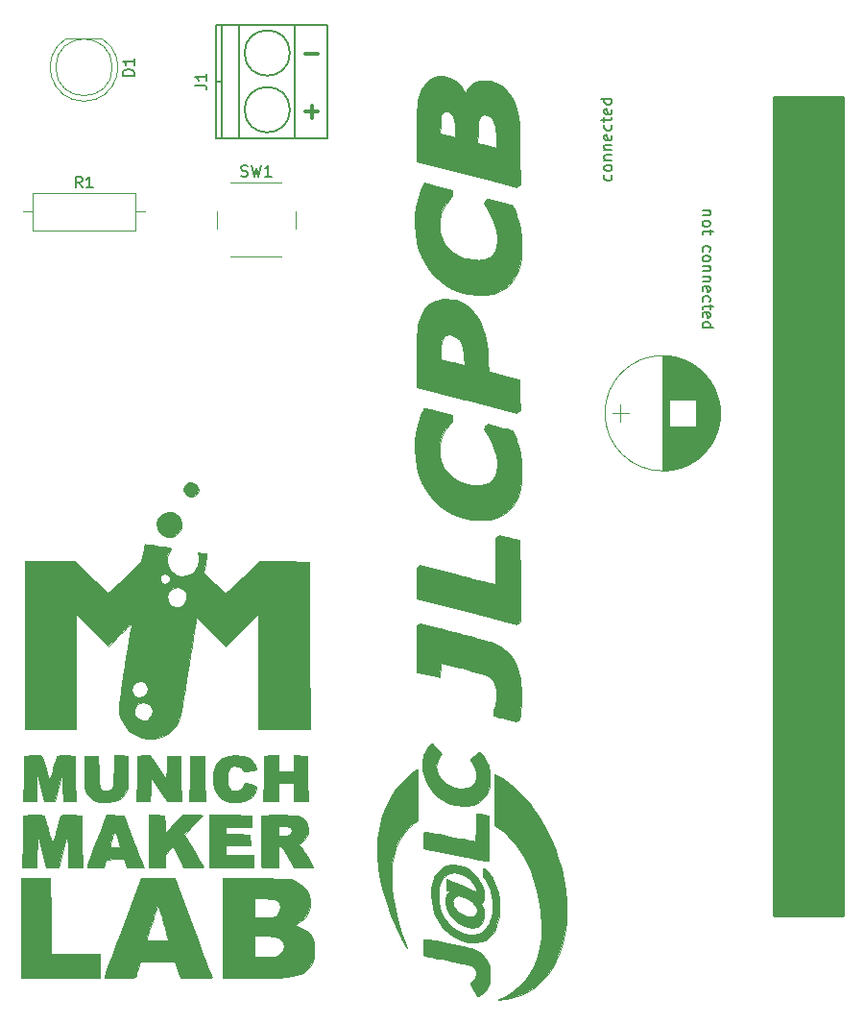
<source format=gbr>
G04 #@! TF.GenerationSoftware,KiCad,Pcbnew,5.0.1*
G04 #@! TF.CreationDate,2019-03-06T14:15:35+01:00*
G04 #@! TF.ProjectId,workshop,776F726B73686F702E6B696361645F70,rev?*
G04 #@! TF.SameCoordinates,Original*
G04 #@! TF.FileFunction,Legend,Top*
G04 #@! TF.FilePolarity,Positive*
%FSLAX46Y46*%
G04 Gerber Fmt 4.6, Leading zero omitted, Abs format (unit mm)*
G04 Created by KiCad (PCBNEW 5.0.1) date Mi 06 Mär 2019 14:15:35 CET*
%MOMM*%
%LPD*%
G01*
G04 APERTURE LIST*
%ADD10C,0.200000*%
%ADD11C,0.300000*%
%ADD12C,0.120000*%
%ADD13C,0.150000*%
%ADD14C,0.010000*%
%ADD15C,0.254000*%
G04 APERTURE END LIST*
D10*
X201509285Y-101537142D02*
X200842619Y-101537142D01*
X201414047Y-101537142D02*
X201461666Y-101584761D01*
X201509285Y-101680000D01*
X201509285Y-101822857D01*
X201461666Y-101918095D01*
X201366428Y-101965714D01*
X200842619Y-101965714D01*
X200842619Y-102584761D02*
X200890238Y-102489523D01*
X200937857Y-102441904D01*
X201033095Y-102394285D01*
X201318809Y-102394285D01*
X201414047Y-102441904D01*
X201461666Y-102489523D01*
X201509285Y-102584761D01*
X201509285Y-102727619D01*
X201461666Y-102822857D01*
X201414047Y-102870476D01*
X201318809Y-102918095D01*
X201033095Y-102918095D01*
X200937857Y-102870476D01*
X200890238Y-102822857D01*
X200842619Y-102727619D01*
X200842619Y-102584761D01*
X201509285Y-103203809D02*
X201509285Y-103584761D01*
X201842619Y-103346666D02*
X200985476Y-103346666D01*
X200890238Y-103394285D01*
X200842619Y-103489523D01*
X200842619Y-103584761D01*
X200890238Y-105108571D02*
X200842619Y-105013333D01*
X200842619Y-104822857D01*
X200890238Y-104727619D01*
X200937857Y-104680000D01*
X201033095Y-104632380D01*
X201318809Y-104632380D01*
X201414047Y-104680000D01*
X201461666Y-104727619D01*
X201509285Y-104822857D01*
X201509285Y-105013333D01*
X201461666Y-105108571D01*
X200842619Y-105680000D02*
X200890238Y-105584761D01*
X200937857Y-105537142D01*
X201033095Y-105489523D01*
X201318809Y-105489523D01*
X201414047Y-105537142D01*
X201461666Y-105584761D01*
X201509285Y-105680000D01*
X201509285Y-105822857D01*
X201461666Y-105918095D01*
X201414047Y-105965714D01*
X201318809Y-106013333D01*
X201033095Y-106013333D01*
X200937857Y-105965714D01*
X200890238Y-105918095D01*
X200842619Y-105822857D01*
X200842619Y-105680000D01*
X201509285Y-106441904D02*
X200842619Y-106441904D01*
X201414047Y-106441904D02*
X201461666Y-106489523D01*
X201509285Y-106584761D01*
X201509285Y-106727619D01*
X201461666Y-106822857D01*
X201366428Y-106870476D01*
X200842619Y-106870476D01*
X201509285Y-107346666D02*
X200842619Y-107346666D01*
X201414047Y-107346666D02*
X201461666Y-107394285D01*
X201509285Y-107489523D01*
X201509285Y-107632380D01*
X201461666Y-107727619D01*
X201366428Y-107775238D01*
X200842619Y-107775238D01*
X200890238Y-108632380D02*
X200842619Y-108537142D01*
X200842619Y-108346666D01*
X200890238Y-108251428D01*
X200985476Y-108203809D01*
X201366428Y-108203809D01*
X201461666Y-108251428D01*
X201509285Y-108346666D01*
X201509285Y-108537142D01*
X201461666Y-108632380D01*
X201366428Y-108680000D01*
X201271190Y-108680000D01*
X201175952Y-108203809D01*
X200890238Y-109537142D02*
X200842619Y-109441904D01*
X200842619Y-109251428D01*
X200890238Y-109156190D01*
X200937857Y-109108571D01*
X201033095Y-109060952D01*
X201318809Y-109060952D01*
X201414047Y-109108571D01*
X201461666Y-109156190D01*
X201509285Y-109251428D01*
X201509285Y-109441904D01*
X201461666Y-109537142D01*
X201509285Y-109822857D02*
X201509285Y-110203809D01*
X201842619Y-109965714D02*
X200985476Y-109965714D01*
X200890238Y-110013333D01*
X200842619Y-110108571D01*
X200842619Y-110203809D01*
X200890238Y-110918095D02*
X200842619Y-110822857D01*
X200842619Y-110632380D01*
X200890238Y-110537142D01*
X200985476Y-110489523D01*
X201366428Y-110489523D01*
X201461666Y-110537142D01*
X201509285Y-110632380D01*
X201509285Y-110822857D01*
X201461666Y-110918095D01*
X201366428Y-110965714D01*
X201271190Y-110965714D01*
X201175952Y-110489523D01*
X200842619Y-111822857D02*
X201842619Y-111822857D01*
X200890238Y-111822857D02*
X200842619Y-111727619D01*
X200842619Y-111537142D01*
X200890238Y-111441904D01*
X200937857Y-111394285D01*
X201033095Y-111346666D01*
X201318809Y-111346666D01*
X201414047Y-111394285D01*
X201461666Y-111441904D01*
X201509285Y-111537142D01*
X201509285Y-111727619D01*
X201461666Y-111822857D01*
X192809761Y-98392857D02*
X192857380Y-98488095D01*
X192857380Y-98678571D01*
X192809761Y-98773809D01*
X192762142Y-98821428D01*
X192666904Y-98869047D01*
X192381190Y-98869047D01*
X192285952Y-98821428D01*
X192238333Y-98773809D01*
X192190714Y-98678571D01*
X192190714Y-98488095D01*
X192238333Y-98392857D01*
X192857380Y-97821428D02*
X192809761Y-97916666D01*
X192762142Y-97964285D01*
X192666904Y-98011904D01*
X192381190Y-98011904D01*
X192285952Y-97964285D01*
X192238333Y-97916666D01*
X192190714Y-97821428D01*
X192190714Y-97678571D01*
X192238333Y-97583333D01*
X192285952Y-97535714D01*
X192381190Y-97488095D01*
X192666904Y-97488095D01*
X192762142Y-97535714D01*
X192809761Y-97583333D01*
X192857380Y-97678571D01*
X192857380Y-97821428D01*
X192190714Y-97059523D02*
X192857380Y-97059523D01*
X192285952Y-97059523D02*
X192238333Y-97011904D01*
X192190714Y-96916666D01*
X192190714Y-96773809D01*
X192238333Y-96678571D01*
X192333571Y-96630952D01*
X192857380Y-96630952D01*
X192190714Y-96154761D02*
X192857380Y-96154761D01*
X192285952Y-96154761D02*
X192238333Y-96107142D01*
X192190714Y-96011904D01*
X192190714Y-95869047D01*
X192238333Y-95773809D01*
X192333571Y-95726190D01*
X192857380Y-95726190D01*
X192809761Y-94869047D02*
X192857380Y-94964285D01*
X192857380Y-95154761D01*
X192809761Y-95250000D01*
X192714523Y-95297619D01*
X192333571Y-95297619D01*
X192238333Y-95250000D01*
X192190714Y-95154761D01*
X192190714Y-94964285D01*
X192238333Y-94869047D01*
X192333571Y-94821428D01*
X192428809Y-94821428D01*
X192524047Y-95297619D01*
X192809761Y-93964285D02*
X192857380Y-94059523D01*
X192857380Y-94250000D01*
X192809761Y-94345238D01*
X192762142Y-94392857D01*
X192666904Y-94440476D01*
X192381190Y-94440476D01*
X192285952Y-94392857D01*
X192238333Y-94345238D01*
X192190714Y-94250000D01*
X192190714Y-94059523D01*
X192238333Y-93964285D01*
X192190714Y-93678571D02*
X192190714Y-93297619D01*
X191857380Y-93535714D02*
X192714523Y-93535714D01*
X192809761Y-93488095D01*
X192857380Y-93392857D01*
X192857380Y-93297619D01*
X192809761Y-92583333D02*
X192857380Y-92678571D01*
X192857380Y-92869047D01*
X192809761Y-92964285D01*
X192714523Y-93011904D01*
X192333571Y-93011904D01*
X192238333Y-92964285D01*
X192190714Y-92869047D01*
X192190714Y-92678571D01*
X192238333Y-92583333D01*
X192333571Y-92535714D01*
X192428809Y-92535714D01*
X192524047Y-93011904D01*
X192857380Y-91678571D02*
X191857380Y-91678571D01*
X192809761Y-91678571D02*
X192857380Y-91773809D01*
X192857380Y-91964285D01*
X192809761Y-92059523D01*
X192762142Y-92107142D01*
X192666904Y-92154761D01*
X192381190Y-92154761D01*
X192285952Y-92107142D01*
X192238333Y-92059523D01*
X192190714Y-91964285D01*
X192190714Y-91773809D01*
X192238333Y-91678571D01*
D11*
X165798571Y-87737142D02*
X166941428Y-87737142D01*
X165798571Y-92817142D02*
X166941428Y-92817142D01*
X166370000Y-93388571D02*
X166370000Y-92245714D01*
D12*
G04 #@! TO.C,SW1*
X164992000Y-103076000D02*
X164992000Y-101576000D01*
X163742000Y-99076000D02*
X159242000Y-99076000D01*
X157992000Y-101576000D02*
X157992000Y-103076000D01*
X159242000Y-105576000D02*
X163742000Y-105576000D01*
G04 #@! TO.C,D1*
X147849000Y-86340000D02*
X144759000Y-86340000D01*
X148804000Y-88900000D02*
G75*
G03X148804000Y-88900000I-2500000J0D01*
G01*
X146304462Y-91890000D02*
G75*
G02X144759170Y-86340000I-462J2990000D01*
G01*
X146303538Y-91890000D02*
G75*
G03X147848830Y-86340000I462J2990000D01*
G01*
G04 #@! TO.C,R1*
X140934000Y-101600000D02*
X141744000Y-101600000D01*
X151674000Y-101600000D02*
X150864000Y-101600000D01*
X141744000Y-103260000D02*
X150864000Y-103260000D01*
X141744000Y-99940000D02*
X141744000Y-103260000D01*
X150864000Y-99940000D02*
X141744000Y-99940000D01*
X150864000Y-103260000D02*
X150864000Y-99940000D01*
D13*
G04 #@! TO.C,J1*
X164460000Y-87630000D02*
G75*
G03X164460000Y-87630000I-2000000J0D01*
G01*
X164460000Y-92630000D02*
G75*
G03X164460000Y-92630000I-2000000J0D01*
G01*
X167760000Y-85130000D02*
X157960000Y-85130000D01*
X167760000Y-95130000D02*
X167760000Y-85130000D01*
X157960000Y-95130000D02*
X167760000Y-95130000D01*
X157960000Y-85130000D02*
X157960000Y-95130000D01*
X158460000Y-85130000D02*
X158460000Y-95130000D01*
X164860000Y-85130000D02*
X164860000Y-95130000D01*
X159960000Y-85130000D02*
X159960000Y-95130000D01*
X158460000Y-90130000D02*
X157960000Y-90130000D01*
D14*
G04 #@! TO.C,G\002A\002A\002A*
G36*
X156001781Y-125548371D02*
X156230209Y-125730603D01*
X156375552Y-125970373D01*
X156400500Y-126111000D01*
X156325717Y-126360143D01*
X156137410Y-126581202D01*
X155889648Y-126721857D01*
X155744334Y-126746000D01*
X155541967Y-126691857D01*
X155326770Y-126560556D01*
X155315138Y-126550768D01*
X155125454Y-126298734D01*
X155088167Y-126111000D01*
X155162950Y-125861858D01*
X155351257Y-125640798D01*
X155599019Y-125500144D01*
X155744334Y-125476000D01*
X156001781Y-125548371D01*
X156001781Y-125548371D01*
G37*
X156001781Y-125548371D02*
X156230209Y-125730603D01*
X156375552Y-125970373D01*
X156400500Y-126111000D01*
X156325717Y-126360143D01*
X156137410Y-126581202D01*
X155889648Y-126721857D01*
X155744334Y-126746000D01*
X155541967Y-126691857D01*
X155326770Y-126560556D01*
X155315138Y-126550768D01*
X155125454Y-126298734D01*
X155088167Y-126111000D01*
X155162950Y-125861858D01*
X155351257Y-125640798D01*
X155599019Y-125500144D01*
X155744334Y-125476000D01*
X156001781Y-125548371D01*
G36*
X154045270Y-128128715D02*
X154375035Y-128260957D01*
X154608981Y-128460911D01*
X154794596Y-128711074D01*
X154810517Y-128742393D01*
X154909775Y-129122489D01*
X154865137Y-129488906D01*
X154701613Y-129815905D01*
X154444209Y-130077749D01*
X154117934Y-130248698D01*
X153747797Y-130303013D01*
X153373667Y-130221226D01*
X153111292Y-130041698D01*
X152880387Y-129762745D01*
X152743021Y-129470516D01*
X152709751Y-129087345D01*
X152815873Y-128738886D01*
X153031936Y-128446967D01*
X153328490Y-128233414D01*
X153676085Y-128120054D01*
X154045270Y-128128715D01*
X154045270Y-128128715D01*
G37*
X154045270Y-128128715D02*
X154375035Y-128260957D01*
X154608981Y-128460911D01*
X154794596Y-128711074D01*
X154810517Y-128742393D01*
X154909775Y-129122489D01*
X154865137Y-129488906D01*
X154701613Y-129815905D01*
X154444209Y-130077749D01*
X154117934Y-130248698D01*
X153747797Y-130303013D01*
X153373667Y-130221226D01*
X153111292Y-130041698D01*
X152880387Y-129762745D01*
X152743021Y-129470516D01*
X152709751Y-129087345D01*
X152815873Y-128738886D01*
X153031936Y-128446967D01*
X153328490Y-128233414D01*
X153676085Y-128120054D01*
X154045270Y-128128715D01*
G36*
X151754397Y-130925278D02*
X151971927Y-130950766D01*
X152281866Y-130993292D01*
X152646964Y-131047099D01*
X153029970Y-131106429D01*
X153393634Y-131165525D01*
X153700707Y-131218628D01*
X153913938Y-131259982D01*
X153994956Y-131282494D01*
X153969143Y-131357081D01*
X153868960Y-131513061D01*
X153840476Y-131552348D01*
X153644853Y-131949461D01*
X153597941Y-132382386D01*
X153694908Y-132815529D01*
X153930923Y-133213297D01*
X154088224Y-133377645D01*
X154493915Y-133641578D01*
X154933837Y-133750580D01*
X155377754Y-133706300D01*
X155795427Y-133510387D01*
X156069093Y-133269578D01*
X156342527Y-132857489D01*
X156450904Y-132411816D01*
X156402897Y-131974014D01*
X156316288Y-131649534D01*
X156707644Y-131706282D01*
X156940202Y-131741704D01*
X157085953Y-131767153D01*
X157109473Y-131773349D01*
X157101384Y-131855554D01*
X157071206Y-132068971D01*
X157024183Y-132377697D01*
X156985565Y-132621852D01*
X156851184Y-133460037D01*
X157779426Y-134333609D01*
X158106408Y-134638298D01*
X158390266Y-134897076D01*
X158608243Y-135089641D01*
X158737581Y-135195691D01*
X158761744Y-135209924D01*
X158835418Y-135154522D01*
X159013278Y-134997476D01*
X159277853Y-134754923D01*
X159611668Y-134443001D01*
X159997249Y-134077849D01*
X160272906Y-133814277D01*
X161729991Y-132415888D01*
X163944162Y-132438444D01*
X166158334Y-132461000D01*
X166179965Y-139848167D01*
X166201597Y-147235334D01*
X161628667Y-147235334D01*
X161628667Y-137034868D01*
X158750125Y-139909674D01*
X157480063Y-138641729D01*
X157105169Y-138269311D01*
X156774132Y-137944001D01*
X156504284Y-137682538D01*
X156312955Y-137501660D01*
X156217477Y-137418104D01*
X156209906Y-137415059D01*
X156196735Y-137504139D01*
X156158935Y-137744677D01*
X156099027Y-138120986D01*
X156019529Y-138617381D01*
X155922961Y-139218175D01*
X155811839Y-139907682D01*
X155688685Y-140670217D01*
X155556016Y-141490094D01*
X155503104Y-141816667D01*
X155338801Y-142828022D01*
X155197541Y-143686859D01*
X155075590Y-144407864D01*
X154969211Y-145005720D01*
X154874670Y-145495114D01*
X154788231Y-145890730D01*
X154706159Y-146207253D01*
X154624717Y-146459368D01*
X154540172Y-146661760D01*
X154448787Y-146829113D01*
X154346827Y-146976112D01*
X154230556Y-147117443D01*
X154124426Y-147236627D01*
X153674456Y-147615100D01*
X153127108Y-147885619D01*
X152522946Y-148038441D01*
X151902536Y-148063820D01*
X151306443Y-147952012D01*
X151240053Y-147929479D01*
X150678258Y-147678567D01*
X150234722Y-147355646D01*
X149870758Y-146926242D01*
X149605945Y-146473226D01*
X149521771Y-146293567D01*
X149456818Y-146110104D01*
X149412059Y-145906518D01*
X149389485Y-145676849D01*
X150706667Y-145676849D01*
X150779175Y-145994121D01*
X150969906Y-146246179D01*
X151238666Y-146414509D01*
X151545264Y-146480597D01*
X151849508Y-146425932D01*
X152050555Y-146295870D01*
X152286918Y-145985708D01*
X152356954Y-145648005D01*
X152310319Y-145399806D01*
X152128701Y-145087947D01*
X151836829Y-144901755D01*
X151494647Y-144847734D01*
X151173440Y-144925192D01*
X150911550Y-145131738D01*
X150745802Y-145428625D01*
X150706667Y-145676849D01*
X149389485Y-145676849D01*
X149388466Y-145666490D01*
X149387012Y-145373699D01*
X149408670Y-145011826D01*
X149454411Y-144564552D01*
X149525210Y-144015556D01*
X149564714Y-143743410D01*
X150503719Y-143743410D01*
X150573893Y-144026215D01*
X150747390Y-144262503D01*
X151008349Y-144411164D01*
X151214667Y-144441334D01*
X151449034Y-144385471D01*
X151682068Y-144249453D01*
X151692546Y-144240639D01*
X151876603Y-143988134D01*
X151925614Y-143699924D01*
X151855441Y-143417119D01*
X151681944Y-143180831D01*
X151420984Y-143032170D01*
X151214667Y-143002000D01*
X150980300Y-143057863D01*
X150747266Y-143193881D01*
X150736788Y-143202695D01*
X150552731Y-143455199D01*
X150503719Y-143743410D01*
X149564714Y-143743410D01*
X149622037Y-143348520D01*
X149745866Y-142547122D01*
X149896068Y-141605000D01*
X150017141Y-140853775D01*
X150130987Y-140150583D01*
X150234575Y-139513908D01*
X150324875Y-138962232D01*
X150398857Y-138514040D01*
X150453490Y-138187815D01*
X150485745Y-138002040D01*
X150492130Y-137969280D01*
X150448628Y-137972193D01*
X150304689Y-138080660D01*
X150078179Y-138279080D01*
X149786966Y-138551854D01*
X149475147Y-138857178D01*
X148420330Y-139909462D01*
X145542000Y-137034868D01*
X145542000Y-147235334D01*
X141054667Y-147235334D01*
X141054667Y-135552254D01*
X153618270Y-135552254D01*
X153671527Y-135866616D01*
X153835960Y-136142072D01*
X154082947Y-136350397D01*
X154383864Y-136463367D01*
X154710089Y-136452756D01*
X154882066Y-136388091D01*
X155177826Y-136152335D01*
X155334779Y-135820201D01*
X155361451Y-135577221D01*
X155295242Y-135197607D01*
X155096979Y-134922550D01*
X154774031Y-134760509D01*
X154624155Y-134730857D01*
X154244024Y-134745024D01*
X153943044Y-134905918D01*
X153708296Y-135220513D01*
X153704812Y-135227211D01*
X153618270Y-135552254D01*
X141054667Y-135552254D01*
X141054667Y-132418667D01*
X145505451Y-132418667D01*
X145968226Y-132891071D01*
X146197660Y-133119953D01*
X146515308Y-133429564D01*
X146885358Y-133785346D01*
X147271998Y-134152742D01*
X147424703Y-134296549D01*
X148418405Y-135229623D01*
X148694703Y-134997879D01*
X148841684Y-134866709D01*
X149085614Y-134640152D01*
X149402265Y-134341098D01*
X149724963Y-134032963D01*
X153005890Y-134032963D01*
X153106563Y-134249471D01*
X153180839Y-134318866D01*
X153346508Y-134421239D01*
X153470450Y-134430602D01*
X153617974Y-134338025D01*
X153728779Y-134243944D01*
X153880128Y-134098508D01*
X153917142Y-133987162D01*
X153857335Y-133837742D01*
X153836663Y-133799444D01*
X153657519Y-133610636D01*
X153419052Y-133526327D01*
X153184458Y-133563248D01*
X153114547Y-133608249D01*
X153006279Y-133794862D01*
X153005890Y-134032963D01*
X149724963Y-134032963D01*
X149767405Y-133992437D01*
X150156804Y-133617059D01*
X150173091Y-133601279D01*
X151375182Y-132436423D01*
X151504434Y-131695924D01*
X151565461Y-131362648D01*
X151619084Y-131099185D01*
X151656958Y-130945338D01*
X151666525Y-130922587D01*
X151754397Y-130925278D01*
X151754397Y-130925278D01*
G37*
X151754397Y-130925278D02*
X151971927Y-130950766D01*
X152281866Y-130993292D01*
X152646964Y-131047099D01*
X153029970Y-131106429D01*
X153393634Y-131165525D01*
X153700707Y-131218628D01*
X153913938Y-131259982D01*
X153994956Y-131282494D01*
X153969143Y-131357081D01*
X153868960Y-131513061D01*
X153840476Y-131552348D01*
X153644853Y-131949461D01*
X153597941Y-132382386D01*
X153694908Y-132815529D01*
X153930923Y-133213297D01*
X154088224Y-133377645D01*
X154493915Y-133641578D01*
X154933837Y-133750580D01*
X155377754Y-133706300D01*
X155795427Y-133510387D01*
X156069093Y-133269578D01*
X156342527Y-132857489D01*
X156450904Y-132411816D01*
X156402897Y-131974014D01*
X156316288Y-131649534D01*
X156707644Y-131706282D01*
X156940202Y-131741704D01*
X157085953Y-131767153D01*
X157109473Y-131773349D01*
X157101384Y-131855554D01*
X157071206Y-132068971D01*
X157024183Y-132377697D01*
X156985565Y-132621852D01*
X156851184Y-133460037D01*
X157779426Y-134333609D01*
X158106408Y-134638298D01*
X158390266Y-134897076D01*
X158608243Y-135089641D01*
X158737581Y-135195691D01*
X158761744Y-135209924D01*
X158835418Y-135154522D01*
X159013278Y-134997476D01*
X159277853Y-134754923D01*
X159611668Y-134443001D01*
X159997249Y-134077849D01*
X160272906Y-133814277D01*
X161729991Y-132415888D01*
X163944162Y-132438444D01*
X166158334Y-132461000D01*
X166179965Y-139848167D01*
X166201597Y-147235334D01*
X161628667Y-147235334D01*
X161628667Y-137034868D01*
X158750125Y-139909674D01*
X157480063Y-138641729D01*
X157105169Y-138269311D01*
X156774132Y-137944001D01*
X156504284Y-137682538D01*
X156312955Y-137501660D01*
X156217477Y-137418104D01*
X156209906Y-137415059D01*
X156196735Y-137504139D01*
X156158935Y-137744677D01*
X156099027Y-138120986D01*
X156019529Y-138617381D01*
X155922961Y-139218175D01*
X155811839Y-139907682D01*
X155688685Y-140670217D01*
X155556016Y-141490094D01*
X155503104Y-141816667D01*
X155338801Y-142828022D01*
X155197541Y-143686859D01*
X155075590Y-144407864D01*
X154969211Y-145005720D01*
X154874670Y-145495114D01*
X154788231Y-145890730D01*
X154706159Y-146207253D01*
X154624717Y-146459368D01*
X154540172Y-146661760D01*
X154448787Y-146829113D01*
X154346827Y-146976112D01*
X154230556Y-147117443D01*
X154124426Y-147236627D01*
X153674456Y-147615100D01*
X153127108Y-147885619D01*
X152522946Y-148038441D01*
X151902536Y-148063820D01*
X151306443Y-147952012D01*
X151240053Y-147929479D01*
X150678258Y-147678567D01*
X150234722Y-147355646D01*
X149870758Y-146926242D01*
X149605945Y-146473226D01*
X149521771Y-146293567D01*
X149456818Y-146110104D01*
X149412059Y-145906518D01*
X149389485Y-145676849D01*
X150706667Y-145676849D01*
X150779175Y-145994121D01*
X150969906Y-146246179D01*
X151238666Y-146414509D01*
X151545264Y-146480597D01*
X151849508Y-146425932D01*
X152050555Y-146295870D01*
X152286918Y-145985708D01*
X152356954Y-145648005D01*
X152310319Y-145399806D01*
X152128701Y-145087947D01*
X151836829Y-144901755D01*
X151494647Y-144847734D01*
X151173440Y-144925192D01*
X150911550Y-145131738D01*
X150745802Y-145428625D01*
X150706667Y-145676849D01*
X149389485Y-145676849D01*
X149388466Y-145666490D01*
X149387012Y-145373699D01*
X149408670Y-145011826D01*
X149454411Y-144564552D01*
X149525210Y-144015556D01*
X149564714Y-143743410D01*
X150503719Y-143743410D01*
X150573893Y-144026215D01*
X150747390Y-144262503D01*
X151008349Y-144411164D01*
X151214667Y-144441334D01*
X151449034Y-144385471D01*
X151682068Y-144249453D01*
X151692546Y-144240639D01*
X151876603Y-143988134D01*
X151925614Y-143699924D01*
X151855441Y-143417119D01*
X151681944Y-143180831D01*
X151420984Y-143032170D01*
X151214667Y-143002000D01*
X150980300Y-143057863D01*
X150747266Y-143193881D01*
X150736788Y-143202695D01*
X150552731Y-143455199D01*
X150503719Y-143743410D01*
X149564714Y-143743410D01*
X149622037Y-143348520D01*
X149745866Y-142547122D01*
X149896068Y-141605000D01*
X150017141Y-140853775D01*
X150130987Y-140150583D01*
X150234575Y-139513908D01*
X150324875Y-138962232D01*
X150398857Y-138514040D01*
X150453490Y-138187815D01*
X150485745Y-138002040D01*
X150492130Y-137969280D01*
X150448628Y-137972193D01*
X150304689Y-138080660D01*
X150078179Y-138279080D01*
X149786966Y-138551854D01*
X149475147Y-138857178D01*
X148420330Y-139909462D01*
X145542000Y-137034868D01*
X145542000Y-147235334D01*
X141054667Y-147235334D01*
X141054667Y-135552254D01*
X153618270Y-135552254D01*
X153671527Y-135866616D01*
X153835960Y-136142072D01*
X154082947Y-136350397D01*
X154383864Y-136463367D01*
X154710089Y-136452756D01*
X154882066Y-136388091D01*
X155177826Y-136152335D01*
X155334779Y-135820201D01*
X155361451Y-135577221D01*
X155295242Y-135197607D01*
X155096979Y-134922550D01*
X154774031Y-134760509D01*
X154624155Y-134730857D01*
X154244024Y-134745024D01*
X153943044Y-134905918D01*
X153708296Y-135220513D01*
X153704812Y-135227211D01*
X153618270Y-135552254D01*
X141054667Y-135552254D01*
X141054667Y-132418667D01*
X145505451Y-132418667D01*
X145968226Y-132891071D01*
X146197660Y-133119953D01*
X146515308Y-133429564D01*
X146885358Y-133785346D01*
X147271998Y-134152742D01*
X147424703Y-134296549D01*
X148418405Y-135229623D01*
X148694703Y-134997879D01*
X148841684Y-134866709D01*
X149085614Y-134640152D01*
X149402265Y-134341098D01*
X149724963Y-134032963D01*
X153005890Y-134032963D01*
X153106563Y-134249471D01*
X153180839Y-134318866D01*
X153346508Y-134421239D01*
X153470450Y-134430602D01*
X153617974Y-134338025D01*
X153728779Y-134243944D01*
X153880128Y-134098508D01*
X153917142Y-133987162D01*
X153857335Y-133837742D01*
X153836663Y-133799444D01*
X153657519Y-133610636D01*
X153419052Y-133526327D01*
X153184458Y-133563248D01*
X153114547Y-133608249D01*
X153006279Y-133794862D01*
X153005890Y-134032963D01*
X149724963Y-134032963D01*
X149767405Y-133992437D01*
X150156804Y-133617059D01*
X150173091Y-133601279D01*
X151375182Y-132436423D01*
X151504434Y-131695924D01*
X151565461Y-131362648D01*
X151619084Y-131099185D01*
X151656958Y-130945338D01*
X151666525Y-130922587D01*
X151754397Y-130925278D01*
G36*
X165989000Y-149563667D02*
X166011699Y-151574500D01*
X166034398Y-153585334D01*
X164761334Y-153585334D01*
X164761334Y-151976667D01*
X163406667Y-151976667D01*
X163406667Y-153585334D01*
X162133602Y-153585334D01*
X162156301Y-151574500D01*
X162179000Y-149563667D01*
X162792834Y-149538791D01*
X163406667Y-149513915D01*
X163406667Y-150960667D01*
X164761334Y-150960667D01*
X164761334Y-149513915D01*
X165989000Y-149563667D01*
X165989000Y-149563667D01*
G37*
X165989000Y-149563667D02*
X166011699Y-151574500D01*
X166034398Y-153585334D01*
X164761334Y-153585334D01*
X164761334Y-151976667D01*
X163406667Y-151976667D01*
X163406667Y-153585334D01*
X162133602Y-153585334D01*
X162156301Y-151574500D01*
X162179000Y-149563667D01*
X162792834Y-149538791D01*
X163406667Y-149513915D01*
X163406667Y-150960667D01*
X164761334Y-150960667D01*
X164761334Y-149513915D01*
X165989000Y-149563667D01*
G36*
X156952366Y-151574500D02*
X156975065Y-153585334D01*
X155614269Y-153585334D01*
X155636968Y-151574500D01*
X155659667Y-149563667D01*
X156929667Y-149563667D01*
X156952366Y-151574500D01*
X156952366Y-151574500D01*
G37*
X156952366Y-151574500D02*
X156975065Y-153585334D01*
X155614269Y-153585334D01*
X155636968Y-151574500D01*
X155659667Y-149563667D01*
X156929667Y-149563667D01*
X156952366Y-151574500D01*
G36*
X152846483Y-150587969D02*
X153579932Y-151661591D01*
X153603800Y-150612629D01*
X153627667Y-149563667D01*
X154813000Y-149563667D01*
X154835699Y-151574500D01*
X154858398Y-153585334D01*
X153618294Y-153585334D01*
X152188334Y-151484014D01*
X152164637Y-152534674D01*
X152140941Y-153585334D01*
X150957602Y-153585334D01*
X150980301Y-151574500D01*
X151003000Y-149563667D01*
X151558017Y-149539007D01*
X152113034Y-149514348D01*
X152846483Y-150587969D01*
X152846483Y-150587969D01*
G37*
X152846483Y-150587969D02*
X153579932Y-151661591D01*
X153603800Y-150612629D01*
X153627667Y-149563667D01*
X154813000Y-149563667D01*
X154835699Y-151574500D01*
X154858398Y-153585334D01*
X153618294Y-153585334D01*
X152188334Y-151484014D01*
X152164637Y-152534674D01*
X152140941Y-153585334D01*
X150957602Y-153585334D01*
X150980301Y-151574500D01*
X151003000Y-149563667D01*
X151558017Y-149539007D01*
X152113034Y-149514348D01*
X152846483Y-150587969D01*
G36*
X142359967Y-149534135D02*
X142524998Y-149581366D01*
X142641888Y-149693519D01*
X142734295Y-149894358D01*
X142825874Y-150207645D01*
X142940284Y-150657145D01*
X142952911Y-150706667D01*
X143050473Y-151083166D01*
X143136639Y-151406133D01*
X143200572Y-151635495D01*
X143227667Y-151722667D01*
X143264641Y-151693485D01*
X143333144Y-151525511D01*
X143424327Y-151244403D01*
X143529346Y-150875818D01*
X143561898Y-150753282D01*
X143673033Y-150342602D01*
X143775277Y-149990881D01*
X143858590Y-149730872D01*
X143912928Y-149595334D01*
X143919844Y-149585623D01*
X144031495Y-149556415D01*
X144269412Y-149538898D01*
X144590780Y-149535488D01*
X144745393Y-149539008D01*
X145499667Y-149563667D01*
X145522366Y-151574500D01*
X145545065Y-153585334D01*
X144441334Y-153585334D01*
X144434395Y-152294167D01*
X144427457Y-151003000D01*
X144082751Y-152294167D01*
X143738046Y-153585334D01*
X142776765Y-153585334D01*
X142430859Y-152251834D01*
X142084952Y-150918334D01*
X142077810Y-152251834D01*
X142070667Y-153585334D01*
X140966935Y-153585334D01*
X140989634Y-151574500D01*
X141012334Y-149563667D01*
X141790854Y-149539384D01*
X142123138Y-149528062D01*
X142359967Y-149534135D01*
X142359967Y-149534135D01*
G37*
X142359967Y-149534135D02*
X142524998Y-149581366D01*
X142641888Y-149693519D01*
X142734295Y-149894358D01*
X142825874Y-150207645D01*
X142940284Y-150657145D01*
X142952911Y-150706667D01*
X143050473Y-151083166D01*
X143136639Y-151406133D01*
X143200572Y-151635495D01*
X143227667Y-151722667D01*
X143264641Y-151693485D01*
X143333144Y-151525511D01*
X143424327Y-151244403D01*
X143529346Y-150875818D01*
X143561898Y-150753282D01*
X143673033Y-150342602D01*
X143775277Y-149990881D01*
X143858590Y-149730872D01*
X143912928Y-149595334D01*
X143919844Y-149585623D01*
X144031495Y-149556415D01*
X144269412Y-149538898D01*
X144590780Y-149535488D01*
X144745393Y-149539008D01*
X145499667Y-149563667D01*
X145522366Y-151574500D01*
X145545065Y-153585334D01*
X144441334Y-153585334D01*
X144434395Y-152294167D01*
X144427457Y-151003000D01*
X144082751Y-152294167D01*
X143738046Y-153585334D01*
X142776765Y-153585334D01*
X142430859Y-152251834D01*
X142084952Y-150918334D01*
X142077810Y-152251834D01*
X142070667Y-153585334D01*
X140966935Y-153585334D01*
X140989634Y-151574500D01*
X141012334Y-149563667D01*
X141790854Y-149539384D01*
X142123138Y-149528062D01*
X142359967Y-149534135D01*
G36*
X160252565Y-149562521D02*
X160734947Y-149714087D01*
X161063078Y-149926729D01*
X161178911Y-150064245D01*
X161312022Y-150266310D01*
X161433695Y-150482044D01*
X161515218Y-150660569D01*
X161528127Y-150750763D01*
X161437687Y-150782577D01*
X161228493Y-150838586D01*
X160965572Y-150902016D01*
X160676749Y-150965934D01*
X160509184Y-150986296D01*
X160419294Y-150958281D01*
X160363493Y-150877065D01*
X160343016Y-150833128D01*
X160157377Y-150611440D01*
X159878746Y-150484525D01*
X159564166Y-150468653D01*
X159329933Y-150544148D01*
X159130555Y-150733595D01*
X158999552Y-151024624D01*
X158935081Y-151377255D01*
X158935298Y-151751507D01*
X158998359Y-152107401D01*
X159122422Y-152404958D01*
X159305643Y-152604196D01*
X159427334Y-152656549D01*
X159800633Y-152681304D01*
X160093222Y-152558115D01*
X160311739Y-152284104D01*
X160319058Y-152269916D01*
X160491117Y-151930962D01*
X161017558Y-152088165D01*
X161333478Y-152196652D01*
X161497939Y-152309772D01*
X161525737Y-152464288D01*
X161431672Y-152696961D01*
X161333083Y-152872027D01*
X161081018Y-153213901D01*
X160774890Y-153444332D01*
X160380657Y-153580581D01*
X159864282Y-153639910D01*
X159814873Y-153641915D01*
X159455196Y-153642024D01*
X159130050Y-153619724D01*
X158901431Y-153579665D01*
X158877000Y-153571564D01*
X158390504Y-153308783D01*
X158027700Y-152930638D01*
X157788374Y-152436811D01*
X157672313Y-151826983D01*
X157667944Y-151766975D01*
X157688143Y-151107883D01*
X157837020Y-150555464D01*
X158110150Y-150114684D01*
X158503110Y-149790511D01*
X159011475Y-149587913D01*
X159630821Y-149511855D01*
X159676989Y-149511402D01*
X160252565Y-149562521D01*
X160252565Y-149562521D01*
G37*
X160252565Y-149562521D02*
X160734947Y-149714087D01*
X161063078Y-149926729D01*
X161178911Y-150064245D01*
X161312022Y-150266310D01*
X161433695Y-150482044D01*
X161515218Y-150660569D01*
X161528127Y-150750763D01*
X161437687Y-150782577D01*
X161228493Y-150838586D01*
X160965572Y-150902016D01*
X160676749Y-150965934D01*
X160509184Y-150986296D01*
X160419294Y-150958281D01*
X160363493Y-150877065D01*
X160343016Y-150833128D01*
X160157377Y-150611440D01*
X159878746Y-150484525D01*
X159564166Y-150468653D01*
X159329933Y-150544148D01*
X159130555Y-150733595D01*
X158999552Y-151024624D01*
X158935081Y-151377255D01*
X158935298Y-151751507D01*
X158998359Y-152107401D01*
X159122422Y-152404958D01*
X159305643Y-152604196D01*
X159427334Y-152656549D01*
X159800633Y-152681304D01*
X160093222Y-152558115D01*
X160311739Y-152284104D01*
X160319058Y-152269916D01*
X160491117Y-151930962D01*
X161017558Y-152088165D01*
X161333478Y-152196652D01*
X161497939Y-152309772D01*
X161525737Y-152464288D01*
X161431672Y-152696961D01*
X161333083Y-152872027D01*
X161081018Y-153213901D01*
X160774890Y-153444332D01*
X160380657Y-153580581D01*
X159864282Y-153639910D01*
X159814873Y-153641915D01*
X159455196Y-153642024D01*
X159130050Y-153619724D01*
X158901431Y-153579665D01*
X158877000Y-153571564D01*
X158390504Y-153308783D01*
X158027700Y-152930638D01*
X157788374Y-152436811D01*
X157672313Y-151826983D01*
X157667944Y-151766975D01*
X157688143Y-151107883D01*
X157837020Y-150555464D01*
X158110150Y-150114684D01*
X158503110Y-149790511D01*
X159011475Y-149587913D01*
X159630821Y-149511855D01*
X159676989Y-149511402D01*
X160252565Y-149562521D01*
G36*
X149542500Y-149538791D02*
X150156334Y-149563667D01*
X150179726Y-150858686D01*
X150182314Y-151349786D01*
X150173122Y-151801058D01*
X150153710Y-152173901D01*
X150125639Y-152429713D01*
X150113999Y-152484670D01*
X149913702Y-152920919D01*
X149584069Y-153286916D01*
X149228503Y-153510855D01*
X148914724Y-153601164D01*
X148499428Y-153651224D01*
X148045973Y-153659376D01*
X147617720Y-153623958D01*
X147327951Y-153560652D01*
X146981946Y-153375894D01*
X146670004Y-153079782D01*
X146446127Y-152729117D01*
X146389922Y-152573996D01*
X146358178Y-152363214D01*
X146335095Y-152019235D01*
X146322113Y-151578041D01*
X146320672Y-151075612D01*
X146322996Y-150901225D01*
X146346334Y-149563667D01*
X147531667Y-149563667D01*
X147574000Y-150988874D01*
X147593745Y-151559046D01*
X147620201Y-151981828D01*
X147662231Y-152279148D01*
X147728697Y-152472937D01*
X147828459Y-152585122D01*
X147970380Y-152637634D01*
X148163321Y-152652402D01*
X148246349Y-152652704D01*
X148470346Y-152635593D01*
X148639912Y-152573007D01*
X148762397Y-152444790D01*
X148845155Y-152230787D01*
X148895538Y-151910841D01*
X148920896Y-151464798D01*
X148928582Y-150872503D01*
X148928667Y-150782113D01*
X148928667Y-149513915D01*
X149542500Y-149538791D01*
X149542500Y-149538791D01*
G37*
X149542500Y-149538791D02*
X150156334Y-149563667D01*
X150179726Y-150858686D01*
X150182314Y-151349786D01*
X150173122Y-151801058D01*
X150153710Y-152173901D01*
X150125639Y-152429713D01*
X150113999Y-152484670D01*
X149913702Y-152920919D01*
X149584069Y-153286916D01*
X149228503Y-153510855D01*
X148914724Y-153601164D01*
X148499428Y-153651224D01*
X148045973Y-153659376D01*
X147617720Y-153623958D01*
X147327951Y-153560652D01*
X146981946Y-153375894D01*
X146670004Y-153079782D01*
X146446127Y-152729117D01*
X146389922Y-152573996D01*
X146358178Y-152363214D01*
X146335095Y-152019235D01*
X146322113Y-151578041D01*
X146320672Y-151075612D01*
X146322996Y-150901225D01*
X146346334Y-149563667D01*
X147531667Y-149563667D01*
X147574000Y-150988874D01*
X147593745Y-151559046D01*
X147620201Y-151981828D01*
X147662231Y-152279148D01*
X147728697Y-152472937D01*
X147828459Y-152585122D01*
X147970380Y-152637634D01*
X148163321Y-152652402D01*
X148246349Y-152652704D01*
X148470346Y-152635593D01*
X148639912Y-152573007D01*
X148762397Y-152444790D01*
X148845155Y-152230787D01*
X148895538Y-151910841D01*
X148920896Y-151464798D01*
X148928582Y-150872503D01*
X148928667Y-150782113D01*
X148928667Y-149513915D01*
X149542500Y-149538791D01*
G36*
X164553714Y-154809916D02*
X165014615Y-154866066D01*
X165367062Y-154960541D01*
X165630909Y-155099098D01*
X165826012Y-155287494D01*
X165972226Y-155531484D01*
X165999912Y-155593447D01*
X166107538Y-156037685D01*
X166052685Y-156466026D01*
X165939702Y-156709812D01*
X165736697Y-156987675D01*
X165519675Y-157197550D01*
X165328839Y-157302401D01*
X165290500Y-157307850D01*
X165208910Y-157320006D01*
X165205822Y-157369706D01*
X165295017Y-157486076D01*
X165459834Y-157665740D01*
X165591162Y-157834056D01*
X165763663Y-158092493D01*
X165954789Y-158402269D01*
X166141994Y-158724602D01*
X166302731Y-159020709D01*
X166414454Y-159251808D01*
X166454667Y-159376947D01*
X166376151Y-159398703D01*
X166164868Y-159411423D01*
X165857212Y-159413672D01*
X165635865Y-159409233D01*
X164817063Y-159385000D01*
X164406209Y-158627469D01*
X164164530Y-158193637D01*
X163978081Y-157891755D01*
X163829989Y-157700556D01*
X163703379Y-157598775D01*
X163581376Y-157565148D01*
X163562878Y-157564667D01*
X163494306Y-157578615D01*
X163449269Y-157639786D01*
X163422904Y-157777170D01*
X163410350Y-158019758D01*
X163406743Y-158396539D01*
X163406667Y-158496000D01*
X163406667Y-159427334D01*
X162684343Y-159427334D01*
X162282409Y-159417113D01*
X162034270Y-159385107D01*
X161925546Y-159329294D01*
X161920873Y-159320110D01*
X161910617Y-159209370D01*
X161903023Y-158953015D01*
X161898282Y-158574748D01*
X161896584Y-158098270D01*
X161898119Y-157547283D01*
X161902364Y-157012943D01*
X161914981Y-155786667D01*
X163406667Y-155786667D01*
X163406667Y-156633334D01*
X163835566Y-156633334D01*
X164119798Y-156616407D01*
X164354181Y-156573449D01*
X164428233Y-156545688D01*
X164551504Y-156396261D01*
X164591893Y-156174406D01*
X164541911Y-155959320D01*
X164490400Y-155888267D01*
X164354673Y-155832780D01*
X164110664Y-155795877D01*
X163897734Y-155786667D01*
X163406667Y-155786667D01*
X161914981Y-155786667D01*
X161925000Y-154813000D01*
X163227130Y-154789569D01*
X163964504Y-154786336D01*
X164553714Y-154809916D01*
X164553714Y-154809916D01*
G37*
X164553714Y-154809916D02*
X165014615Y-154866066D01*
X165367062Y-154960541D01*
X165630909Y-155099098D01*
X165826012Y-155287494D01*
X165972226Y-155531484D01*
X165999912Y-155593447D01*
X166107538Y-156037685D01*
X166052685Y-156466026D01*
X165939702Y-156709812D01*
X165736697Y-156987675D01*
X165519675Y-157197550D01*
X165328839Y-157302401D01*
X165290500Y-157307850D01*
X165208910Y-157320006D01*
X165205822Y-157369706D01*
X165295017Y-157486076D01*
X165459834Y-157665740D01*
X165591162Y-157834056D01*
X165763663Y-158092493D01*
X165954789Y-158402269D01*
X166141994Y-158724602D01*
X166302731Y-159020709D01*
X166414454Y-159251808D01*
X166454667Y-159376947D01*
X166376151Y-159398703D01*
X166164868Y-159411423D01*
X165857212Y-159413672D01*
X165635865Y-159409233D01*
X164817063Y-159385000D01*
X164406209Y-158627469D01*
X164164530Y-158193637D01*
X163978081Y-157891755D01*
X163829989Y-157700556D01*
X163703379Y-157598775D01*
X163581376Y-157565148D01*
X163562878Y-157564667D01*
X163494306Y-157578615D01*
X163449269Y-157639786D01*
X163422904Y-157777170D01*
X163410350Y-158019758D01*
X163406743Y-158396539D01*
X163406667Y-158496000D01*
X163406667Y-159427334D01*
X162684343Y-159427334D01*
X162282409Y-159417113D01*
X162034270Y-159385107D01*
X161925546Y-159329294D01*
X161920873Y-159320110D01*
X161910617Y-159209370D01*
X161903023Y-158953015D01*
X161898282Y-158574748D01*
X161896584Y-158098270D01*
X161898119Y-157547283D01*
X161902364Y-157012943D01*
X161914981Y-155786667D01*
X163406667Y-155786667D01*
X163406667Y-156633334D01*
X163835566Y-156633334D01*
X164119798Y-156616407D01*
X164354181Y-156573449D01*
X164428233Y-156545688D01*
X164551504Y-156396261D01*
X164591893Y-156174406D01*
X164541911Y-155959320D01*
X164490400Y-155888267D01*
X164354673Y-155832780D01*
X164110664Y-155795877D01*
X163897734Y-155786667D01*
X163406667Y-155786667D01*
X161914981Y-155786667D01*
X161925000Y-154813000D01*
X163227130Y-154789569D01*
X163964504Y-154786336D01*
X164553714Y-154809916D01*
G36*
X159194500Y-154790214D02*
X161078334Y-154813000D01*
X161078334Y-155829000D01*
X158750000Y-155876112D01*
X158750000Y-156458941D01*
X159829500Y-156482637D01*
X160909000Y-156506334D01*
X160959784Y-157480000D01*
X158750000Y-157480000D01*
X158750000Y-158326667D01*
X161205334Y-158326667D01*
X161205334Y-159427334D01*
X157310667Y-159427334D01*
X157310667Y-154767427D01*
X159194500Y-154790214D01*
X159194500Y-154790214D01*
G37*
X159194500Y-154790214D02*
X161078334Y-154813000D01*
X161078334Y-155829000D01*
X158750000Y-155876112D01*
X158750000Y-156458941D01*
X159829500Y-156482637D01*
X160909000Y-156506334D01*
X160959784Y-157480000D01*
X158750000Y-157480000D01*
X158750000Y-158326667D01*
X161205334Y-158326667D01*
X161205334Y-159427334D01*
X157310667Y-159427334D01*
X157310667Y-154767427D01*
X159194500Y-154790214D01*
G36*
X152675167Y-154788409D02*
X153373667Y-154813000D01*
X153416000Y-155642215D01*
X153458334Y-156471430D01*
X153978202Y-155853882D01*
X154307552Y-155460759D01*
X154552595Y-155175805D01*
X154742775Y-154981749D01*
X154907538Y-154861320D01*
X155076325Y-154797249D01*
X155278581Y-154772264D01*
X155543749Y-154769097D01*
X155824957Y-154770667D01*
X156190802Y-154775058D01*
X156484122Y-154786935D01*
X156670020Y-154804355D01*
X156718000Y-154820403D01*
X156663221Y-154896956D01*
X156512989Y-155072393D01*
X156288462Y-155322817D01*
X156010798Y-155624329D01*
X155924368Y-155716833D01*
X155130736Y-156563526D01*
X155966701Y-157929230D01*
X156228562Y-158360374D01*
X156456853Y-158742641D01*
X156637805Y-159052447D01*
X156757650Y-159266208D01*
X156802618Y-159360337D01*
X156802667Y-159361134D01*
X156723901Y-159388566D01*
X156511162Y-159410452D01*
X156199784Y-159424107D01*
X155931762Y-159427334D01*
X155060857Y-159427334D01*
X154601377Y-158496088D01*
X154141897Y-157564843D01*
X153778949Y-157921050D01*
X153586407Y-158117842D01*
X153477842Y-158273272D01*
X153429205Y-158449046D01*
X153416445Y-158706870D01*
X153416000Y-158852295D01*
X153416000Y-159427334D01*
X151976667Y-159427334D01*
X151976667Y-154763819D01*
X152675167Y-154788409D01*
X152675167Y-154788409D01*
G37*
X152675167Y-154788409D02*
X153373667Y-154813000D01*
X153416000Y-155642215D01*
X153458334Y-156471430D01*
X153978202Y-155853882D01*
X154307552Y-155460759D01*
X154552595Y-155175805D01*
X154742775Y-154981749D01*
X154907538Y-154861320D01*
X155076325Y-154797249D01*
X155278581Y-154772264D01*
X155543749Y-154769097D01*
X155824957Y-154770667D01*
X156190802Y-154775058D01*
X156484122Y-154786935D01*
X156670020Y-154804355D01*
X156718000Y-154820403D01*
X156663221Y-154896956D01*
X156512989Y-155072393D01*
X156288462Y-155322817D01*
X156010798Y-155624329D01*
X155924368Y-155716833D01*
X155130736Y-156563526D01*
X155966701Y-157929230D01*
X156228562Y-158360374D01*
X156456853Y-158742641D01*
X156637805Y-159052447D01*
X156757650Y-159266208D01*
X156802618Y-159360337D01*
X156802667Y-159361134D01*
X156723901Y-159388566D01*
X156511162Y-159410452D01*
X156199784Y-159424107D01*
X155931762Y-159427334D01*
X155060857Y-159427334D01*
X154601377Y-158496088D01*
X154141897Y-157564843D01*
X153778949Y-157921050D01*
X153586407Y-158117842D01*
X153477842Y-158273272D01*
X153429205Y-158449046D01*
X153416445Y-158706870D01*
X153416000Y-158852295D01*
X153416000Y-159427334D01*
X151976667Y-159427334D01*
X151976667Y-154763819D01*
X152675167Y-154788409D01*
G36*
X149817074Y-154813000D02*
X150685204Y-157098018D01*
X150906915Y-157682326D01*
X151107724Y-158212960D01*
X151280116Y-158669952D01*
X151416578Y-159033333D01*
X151509596Y-159283135D01*
X151551656Y-159399390D01*
X151553334Y-159405185D01*
X151474964Y-159414937D01*
X151265040Y-159422499D01*
X150961337Y-159426772D01*
X150791009Y-159427334D01*
X150028684Y-159427334D01*
X149823358Y-158659644D01*
X149018706Y-158683655D01*
X148214053Y-158707667D01*
X148119436Y-159046334D01*
X148024818Y-159385000D01*
X147291409Y-159409463D01*
X146962968Y-159414002D01*
X146710544Y-159405275D01*
X146572572Y-159385157D01*
X146558000Y-159373705D01*
X146570651Y-159324818D01*
X146611189Y-159204109D01*
X146683496Y-159001088D01*
X146791453Y-158705263D01*
X146938940Y-158306146D01*
X147129837Y-157793247D01*
X147205506Y-157590828D01*
X148590000Y-157590828D01*
X148666484Y-157623208D01*
X148863341Y-157644455D01*
X149044566Y-157649334D01*
X149499133Y-157649334D01*
X149283350Y-156929667D01*
X149182376Y-156610095D01*
X149094613Y-156363388D01*
X149033568Y-156226219D01*
X149018315Y-156210000D01*
X148978597Y-156284042D01*
X148908212Y-156475748D01*
X148821315Y-156739486D01*
X148732059Y-157029628D01*
X148654600Y-157300542D01*
X148603089Y-157506598D01*
X148590000Y-157590828D01*
X147205506Y-157590828D01*
X147368027Y-157156076D01*
X147657388Y-156384142D01*
X148001803Y-155466957D01*
X148097583Y-155212085D01*
X148265806Y-154764504D01*
X149817074Y-154813000D01*
X149817074Y-154813000D01*
G37*
X149817074Y-154813000D02*
X150685204Y-157098018D01*
X150906915Y-157682326D01*
X151107724Y-158212960D01*
X151280116Y-158669952D01*
X151416578Y-159033333D01*
X151509596Y-159283135D01*
X151551656Y-159399390D01*
X151553334Y-159405185D01*
X151474964Y-159414937D01*
X151265040Y-159422499D01*
X150961337Y-159426772D01*
X150791009Y-159427334D01*
X150028684Y-159427334D01*
X149823358Y-158659644D01*
X149018706Y-158683655D01*
X148214053Y-158707667D01*
X148119436Y-159046334D01*
X148024818Y-159385000D01*
X147291409Y-159409463D01*
X146962968Y-159414002D01*
X146710544Y-159405275D01*
X146572572Y-159385157D01*
X146558000Y-159373705D01*
X146570651Y-159324818D01*
X146611189Y-159204109D01*
X146683496Y-159001088D01*
X146791453Y-158705263D01*
X146938940Y-158306146D01*
X147129837Y-157793247D01*
X147205506Y-157590828D01*
X148590000Y-157590828D01*
X148666484Y-157623208D01*
X148863341Y-157644455D01*
X149044566Y-157649334D01*
X149499133Y-157649334D01*
X149283350Y-156929667D01*
X149182376Y-156610095D01*
X149094613Y-156363388D01*
X149033568Y-156226219D01*
X149018315Y-156210000D01*
X148978597Y-156284042D01*
X148908212Y-156475748D01*
X148821315Y-156739486D01*
X148732059Y-157029628D01*
X148654600Y-157300542D01*
X148603089Y-157506598D01*
X148590000Y-157590828D01*
X147205506Y-157590828D01*
X147368027Y-157156076D01*
X147657388Y-156384142D01*
X148001803Y-155466957D01*
X148097583Y-155212085D01*
X148265806Y-154764504D01*
X149817074Y-154813000D01*
G36*
X145180615Y-154788953D02*
X146092334Y-154813000D01*
X146114868Y-157123904D01*
X146137402Y-159434807D01*
X145522201Y-159409904D01*
X144907000Y-159385000D01*
X144864667Y-157903334D01*
X144822334Y-156421667D01*
X144060334Y-159434087D01*
X143510299Y-159409543D01*
X142960264Y-159385000D01*
X142170652Y-156337000D01*
X142113000Y-159385000D01*
X141497799Y-159409904D01*
X140882598Y-159434807D01*
X140905133Y-157123904D01*
X140927667Y-154813000D01*
X141809319Y-154788719D01*
X142182211Y-154785280D01*
X142492049Y-154795189D01*
X142699780Y-154816450D01*
X142764091Y-154837558D01*
X142811123Y-154942450D01*
X142889435Y-155179460D01*
X142989202Y-155516439D01*
X143100596Y-155921235D01*
X143133790Y-156047172D01*
X143245541Y-156471179D01*
X143345483Y-156842574D01*
X143424306Y-157127321D01*
X143472700Y-157291384D01*
X143479378Y-157310667D01*
X143516454Y-157279583D01*
X143585783Y-157109115D01*
X143678852Y-156824228D01*
X143787145Y-156449891D01*
X143840307Y-156252334D01*
X143956113Y-155816982D01*
X144060949Y-155431576D01*
X144145406Y-155130075D01*
X144200076Y-154946435D01*
X144210562Y-154915953D01*
X144253743Y-154849051D01*
X144341744Y-154806995D01*
X144505728Y-154785705D01*
X144776861Y-154781102D01*
X145180615Y-154788953D01*
X145180615Y-154788953D01*
G37*
X145180615Y-154788953D02*
X146092334Y-154813000D01*
X146114868Y-157123904D01*
X146137402Y-159434807D01*
X145522201Y-159409904D01*
X144907000Y-159385000D01*
X144864667Y-157903334D01*
X144822334Y-156421667D01*
X144060334Y-159434087D01*
X143510299Y-159409543D01*
X142960264Y-159385000D01*
X142170652Y-156337000D01*
X142113000Y-159385000D01*
X141497799Y-159409904D01*
X140882598Y-159434807D01*
X140905133Y-157123904D01*
X140927667Y-154813000D01*
X141809319Y-154788719D01*
X142182211Y-154785280D01*
X142492049Y-154795189D01*
X142699780Y-154816450D01*
X142764091Y-154837558D01*
X142811123Y-154942450D01*
X142889435Y-155179460D01*
X142989202Y-155516439D01*
X143100596Y-155921235D01*
X143133790Y-156047172D01*
X143245541Y-156471179D01*
X143345483Y-156842574D01*
X143424306Y-157127321D01*
X143472700Y-157291384D01*
X143479378Y-157310667D01*
X143516454Y-157279583D01*
X143585783Y-157109115D01*
X143678852Y-156824228D01*
X143787145Y-156449891D01*
X143840307Y-156252334D01*
X143956113Y-155816982D01*
X144060949Y-155431576D01*
X144145406Y-155130075D01*
X144200076Y-154946435D01*
X144210562Y-154915953D01*
X144253743Y-154849051D01*
X144341744Y-154806995D01*
X144505728Y-154785705D01*
X144776861Y-154781102D01*
X145180615Y-154788953D01*
G36*
X161529074Y-160374092D02*
X164562148Y-160401000D01*
X165060271Y-160655879D01*
X165544103Y-160985400D01*
X165903711Y-161398373D01*
X166138527Y-161869174D01*
X166247984Y-162372178D01*
X166231514Y-162881761D01*
X166088551Y-163372298D01*
X165818527Y-163818164D01*
X165420876Y-164193735D01*
X165142334Y-164363746D01*
X164981474Y-164454779D01*
X164959906Y-164507726D01*
X165057667Y-164553340D01*
X165645673Y-164807929D01*
X166082186Y-165117999D01*
X166381033Y-165502390D01*
X166556043Y-165979940D01*
X166621043Y-166569489D01*
X166622141Y-166684781D01*
X166582748Y-167243591D01*
X166455592Y-167701211D01*
X166221899Y-168111092D01*
X166043088Y-168333344D01*
X165846845Y-168528624D01*
X165620123Y-168691913D01*
X165347103Y-168825854D01*
X165011965Y-168933091D01*
X164598891Y-169016268D01*
X164092061Y-169078027D01*
X163475657Y-169121012D01*
X162733860Y-169147867D01*
X161850850Y-169161234D01*
X161072207Y-169164000D01*
X158496000Y-169164000D01*
X158496000Y-167301334D01*
X161290000Y-167301334D01*
X162181720Y-167301334D01*
X162690571Y-167287889D01*
X163085730Y-167249327D01*
X163340378Y-167188304D01*
X163345886Y-167186019D01*
X163697506Y-166969950D01*
X163898108Y-166680626D01*
X163953152Y-166363237D01*
X163897970Y-166052451D01*
X163725982Y-165810303D01*
X163427524Y-165632435D01*
X162992932Y-165514489D01*
X162412542Y-165452109D01*
X161903834Y-165439157D01*
X161290000Y-165438667D01*
X161290000Y-167301334D01*
X158496000Y-167301334D01*
X158496000Y-163844982D01*
X161290000Y-163844982D01*
X162228837Y-163816324D01*
X162640640Y-163801797D01*
X162919231Y-163782551D01*
X163100688Y-163750185D01*
X163221091Y-163696296D01*
X163316521Y-163612479D01*
X163371837Y-163550112D01*
X163541288Y-163243273D01*
X163584020Y-162901362D01*
X163500693Y-162578862D01*
X163357745Y-162384259D01*
X163246010Y-162292447D01*
X163118816Y-162230977D01*
X162938775Y-162192198D01*
X162668498Y-162168456D01*
X162270597Y-162152102D01*
X162214745Y-162150343D01*
X161290000Y-162121685D01*
X161290000Y-163844982D01*
X158496000Y-163844982D01*
X158496000Y-160347183D01*
X161529074Y-160374092D01*
X161529074Y-160374092D01*
G37*
X161529074Y-160374092D02*
X164562148Y-160401000D01*
X165060271Y-160655879D01*
X165544103Y-160985400D01*
X165903711Y-161398373D01*
X166138527Y-161869174D01*
X166247984Y-162372178D01*
X166231514Y-162881761D01*
X166088551Y-163372298D01*
X165818527Y-163818164D01*
X165420876Y-164193735D01*
X165142334Y-164363746D01*
X164981474Y-164454779D01*
X164959906Y-164507726D01*
X165057667Y-164553340D01*
X165645673Y-164807929D01*
X166082186Y-165117999D01*
X166381033Y-165502390D01*
X166556043Y-165979940D01*
X166621043Y-166569489D01*
X166622141Y-166684781D01*
X166582748Y-167243591D01*
X166455592Y-167701211D01*
X166221899Y-168111092D01*
X166043088Y-168333344D01*
X165846845Y-168528624D01*
X165620123Y-168691913D01*
X165347103Y-168825854D01*
X165011965Y-168933091D01*
X164598891Y-169016268D01*
X164092061Y-169078027D01*
X163475657Y-169121012D01*
X162733860Y-169147867D01*
X161850850Y-169161234D01*
X161072207Y-169164000D01*
X158496000Y-169164000D01*
X158496000Y-167301334D01*
X161290000Y-167301334D01*
X162181720Y-167301334D01*
X162690571Y-167287889D01*
X163085730Y-167249327D01*
X163340378Y-167188304D01*
X163345886Y-167186019D01*
X163697506Y-166969950D01*
X163898108Y-166680626D01*
X163953152Y-166363237D01*
X163897970Y-166052451D01*
X163725982Y-165810303D01*
X163427524Y-165632435D01*
X162992932Y-165514489D01*
X162412542Y-165452109D01*
X161903834Y-165439157D01*
X161290000Y-165438667D01*
X161290000Y-167301334D01*
X158496000Y-167301334D01*
X158496000Y-163844982D01*
X161290000Y-163844982D01*
X162228837Y-163816324D01*
X162640640Y-163801797D01*
X162919231Y-163782551D01*
X163100688Y-163750185D01*
X163221091Y-163696296D01*
X163316521Y-163612479D01*
X163371837Y-163550112D01*
X163541288Y-163243273D01*
X163584020Y-162901362D01*
X163500693Y-162578862D01*
X163357745Y-162384259D01*
X163246010Y-162292447D01*
X163118816Y-162230977D01*
X162938775Y-162192198D01*
X162668498Y-162168456D01*
X162270597Y-162152102D01*
X162214745Y-162150343D01*
X161290000Y-162121685D01*
X161290000Y-163844982D01*
X158496000Y-163844982D01*
X158496000Y-160347183D01*
X161529074Y-160374092D01*
G36*
X155935135Y-164704893D02*
X156240545Y-165520473D01*
X156527317Y-166288218D01*
X156790054Y-166993550D01*
X157023362Y-167621894D01*
X157221847Y-168158674D01*
X157380113Y-168589313D01*
X157492765Y-168899236D01*
X157554408Y-169073867D01*
X157564667Y-169107560D01*
X157484663Y-169126376D01*
X157263287Y-169142532D01*
X156928496Y-169154895D01*
X156508243Y-169162332D01*
X156172790Y-169164000D01*
X154780914Y-169164000D01*
X154561402Y-168444334D01*
X154341890Y-167724667D01*
X151221837Y-167724667D01*
X151044300Y-168338500D01*
X150953730Y-168649703D01*
X150878937Y-168903170D01*
X150834487Y-169049592D01*
X150831706Y-169058167D01*
X150770010Y-169100750D01*
X150605787Y-169131288D01*
X150321584Y-169151106D01*
X149899954Y-169161531D01*
X149439324Y-169164000D01*
X148981356Y-169160259D01*
X148589223Y-169149921D01*
X148291266Y-169134308D01*
X148115821Y-169114747D01*
X148080903Y-169100500D01*
X148109574Y-169011474D01*
X148192417Y-168778558D01*
X148324036Y-168416373D01*
X148499040Y-167939541D01*
X148712035Y-167362684D01*
X148957629Y-166700422D01*
X149230428Y-165967379D01*
X149310465Y-165752974D01*
X151835789Y-165752974D01*
X151852542Y-165807105D01*
X151934101Y-165839483D01*
X152107416Y-165855698D01*
X152399437Y-165861341D01*
X152775295Y-165862000D01*
X153159840Y-165857645D01*
X153473434Y-165845803D01*
X153682752Y-165828309D01*
X153754667Y-165808083D01*
X153730748Y-165712999D01*
X153664943Y-165485653D01*
X153566182Y-165155312D01*
X153443393Y-164751243D01*
X153305505Y-164302714D01*
X153161447Y-163838991D01*
X153020147Y-163389341D01*
X152936421Y-163126015D01*
X152856773Y-162901575D01*
X152794207Y-162769095D01*
X152772174Y-162752271D01*
X152737436Y-162840612D01*
X152662814Y-163063590D01*
X152557159Y-163393676D01*
X152429322Y-163803337D01*
X152328064Y-164133589D01*
X152186432Y-164598240D01*
X152058303Y-165017528D01*
X151953432Y-165359612D01*
X151881574Y-165592651D01*
X151856892Y-165671500D01*
X151835789Y-165752974D01*
X149310465Y-165752974D01*
X149525040Y-165178175D01*
X149704770Y-164697834D01*
X151329734Y-160358667D01*
X154305603Y-160358667D01*
X155935135Y-164704893D01*
X155935135Y-164704893D01*
G37*
X155935135Y-164704893D02*
X156240545Y-165520473D01*
X156527317Y-166288218D01*
X156790054Y-166993550D01*
X157023362Y-167621894D01*
X157221847Y-168158674D01*
X157380113Y-168589313D01*
X157492765Y-168899236D01*
X157554408Y-169073867D01*
X157564667Y-169107560D01*
X157484663Y-169126376D01*
X157263287Y-169142532D01*
X156928496Y-169154895D01*
X156508243Y-169162332D01*
X156172790Y-169164000D01*
X154780914Y-169164000D01*
X154561402Y-168444334D01*
X154341890Y-167724667D01*
X151221837Y-167724667D01*
X151044300Y-168338500D01*
X150953730Y-168649703D01*
X150878937Y-168903170D01*
X150834487Y-169049592D01*
X150831706Y-169058167D01*
X150770010Y-169100750D01*
X150605787Y-169131288D01*
X150321584Y-169151106D01*
X149899954Y-169161531D01*
X149439324Y-169164000D01*
X148981356Y-169160259D01*
X148589223Y-169149921D01*
X148291266Y-169134308D01*
X148115821Y-169114747D01*
X148080903Y-169100500D01*
X148109574Y-169011474D01*
X148192417Y-168778558D01*
X148324036Y-168416373D01*
X148499040Y-167939541D01*
X148712035Y-167362684D01*
X148957629Y-166700422D01*
X149230428Y-165967379D01*
X149310465Y-165752974D01*
X151835789Y-165752974D01*
X151852542Y-165807105D01*
X151934101Y-165839483D01*
X152107416Y-165855698D01*
X152399437Y-165861341D01*
X152775295Y-165862000D01*
X153159840Y-165857645D01*
X153473434Y-165845803D01*
X153682752Y-165828309D01*
X153754667Y-165808083D01*
X153730748Y-165712999D01*
X153664943Y-165485653D01*
X153566182Y-165155312D01*
X153443393Y-164751243D01*
X153305505Y-164302714D01*
X153161447Y-163838991D01*
X153020147Y-163389341D01*
X152936421Y-163126015D01*
X152856773Y-162901575D01*
X152794207Y-162769095D01*
X152772174Y-162752271D01*
X152737436Y-162840612D01*
X152662814Y-163063590D01*
X152557159Y-163393676D01*
X152429322Y-163803337D01*
X152328064Y-164133589D01*
X152186432Y-164598240D01*
X152058303Y-165017528D01*
X151953432Y-165359612D01*
X151881574Y-165592651D01*
X151856892Y-165671500D01*
X151835789Y-165752974D01*
X149310465Y-165752974D01*
X149525040Y-165178175D01*
X149704770Y-164697834D01*
X151329734Y-160358667D01*
X154305603Y-160358667D01*
X155935135Y-164704893D01*
G36*
X143360851Y-163681834D02*
X143383000Y-167005000D01*
X145520834Y-167027621D01*
X147658667Y-167050241D01*
X147658667Y-169164000D01*
X140716000Y-169164000D01*
X140716000Y-160358667D01*
X143338701Y-160358667D01*
X143360851Y-163681834D01*
X143360851Y-163681834D01*
G37*
X143360851Y-163681834D02*
X143383000Y-167005000D01*
X145520834Y-167027621D01*
X147658667Y-167050241D01*
X147658667Y-169164000D01*
X140716000Y-169164000D01*
X140716000Y-160358667D01*
X143338701Y-160358667D01*
X143360851Y-163681834D01*
G36*
X172173167Y-157661433D02*
X172183034Y-157270222D01*
X172200398Y-156909859D01*
X172225054Y-156602646D01*
X172236911Y-156499634D01*
X172384089Y-155664159D01*
X172605413Y-154859982D01*
X172898583Y-154091944D01*
X173261300Y-153364888D01*
X173691263Y-152683658D01*
X174186174Y-152053096D01*
X174517797Y-151696595D01*
X174684344Y-151535334D01*
X174869900Y-151366640D01*
X175062224Y-151200431D01*
X175249075Y-151046629D01*
X175418213Y-150915154D01*
X175557398Y-150815927D01*
X175654388Y-150758868D01*
X175686999Y-150749000D01*
X175695104Y-150790368D01*
X175702468Y-150910620D01*
X175708992Y-151103973D01*
X175714578Y-151364646D01*
X175719128Y-151686857D01*
X175722544Y-152064826D01*
X175724728Y-152492771D01*
X175725582Y-152964911D01*
X175725590Y-153024416D01*
X175725515Y-155299833D01*
X175524507Y-155426077D01*
X175341711Y-155559293D01*
X175128832Y-155743577D01*
X174904129Y-155960489D01*
X174685865Y-156191590D01*
X174492300Y-156418440D01*
X174345986Y-156616121D01*
X174035511Y-157155235D01*
X173781000Y-157753359D01*
X173585048Y-158403778D01*
X173497185Y-158813500D01*
X173460663Y-159079959D01*
X173434748Y-159412564D01*
X173419321Y-159793479D01*
X173414259Y-160204866D01*
X173419444Y-160628888D01*
X173434755Y-161047706D01*
X173460071Y-161443484D01*
X173495273Y-161798384D01*
X173518440Y-161967333D01*
X173657660Y-162748673D01*
X173836007Y-163554491D01*
X174046367Y-164357609D01*
X174281627Y-165130850D01*
X174532302Y-165840833D01*
X174611331Y-166048294D01*
X174681276Y-166232914D01*
X174735633Y-166377451D01*
X174767895Y-166464661D01*
X174771867Y-166475833D01*
X174801245Y-166560500D01*
X174732131Y-166475833D01*
X174689038Y-166409054D01*
X174616929Y-166282225D01*
X174524438Y-166111134D01*
X174420198Y-165911566D01*
X174373273Y-165819666D01*
X173847512Y-164722411D01*
X173389937Y-163640224D01*
X173001899Y-162577316D01*
X172684751Y-161537896D01*
X172439842Y-160526174D01*
X172268524Y-159546359D01*
X172212833Y-159088666D01*
X172190632Y-158797107D01*
X172176759Y-158447180D01*
X172171007Y-158061187D01*
X172173167Y-157661433D01*
X172173167Y-157661433D01*
G37*
X172173167Y-157661433D02*
X172183034Y-157270222D01*
X172200398Y-156909859D01*
X172225054Y-156602646D01*
X172236911Y-156499634D01*
X172384089Y-155664159D01*
X172605413Y-154859982D01*
X172898583Y-154091944D01*
X173261300Y-153364888D01*
X173691263Y-152683658D01*
X174186174Y-152053096D01*
X174517797Y-151696595D01*
X174684344Y-151535334D01*
X174869900Y-151366640D01*
X175062224Y-151200431D01*
X175249075Y-151046629D01*
X175418213Y-150915154D01*
X175557398Y-150815927D01*
X175654388Y-150758868D01*
X175686999Y-150749000D01*
X175695104Y-150790368D01*
X175702468Y-150910620D01*
X175708992Y-151103973D01*
X175714578Y-151364646D01*
X175719128Y-151686857D01*
X175722544Y-152064826D01*
X175724728Y-152492771D01*
X175725582Y-152964911D01*
X175725590Y-153024416D01*
X175725515Y-155299833D01*
X175524507Y-155426077D01*
X175341711Y-155559293D01*
X175128832Y-155743577D01*
X174904129Y-155960489D01*
X174685865Y-156191590D01*
X174492300Y-156418440D01*
X174345986Y-156616121D01*
X174035511Y-157155235D01*
X173781000Y-157753359D01*
X173585048Y-158403778D01*
X173497185Y-158813500D01*
X173460663Y-159079959D01*
X173434748Y-159412564D01*
X173419321Y-159793479D01*
X173414259Y-160204866D01*
X173419444Y-160628888D01*
X173434755Y-161047706D01*
X173460071Y-161443484D01*
X173495273Y-161798384D01*
X173518440Y-161967333D01*
X173657660Y-162748673D01*
X173836007Y-163554491D01*
X174046367Y-164357609D01*
X174281627Y-165130850D01*
X174532302Y-165840833D01*
X174611331Y-166048294D01*
X174681276Y-166232914D01*
X174735633Y-166377451D01*
X174767895Y-166464661D01*
X174771867Y-166475833D01*
X174801245Y-166560500D01*
X174732131Y-166475833D01*
X174689038Y-166409054D01*
X174616929Y-166282225D01*
X174524438Y-166111134D01*
X174420198Y-165911566D01*
X174373273Y-165819666D01*
X173847512Y-164722411D01*
X173389937Y-163640224D01*
X173001899Y-162577316D01*
X172684751Y-161537896D01*
X172439842Y-160526174D01*
X172268524Y-159546359D01*
X172212833Y-159088666D01*
X172190632Y-158797107D01*
X172176759Y-158447180D01*
X172171007Y-158061187D01*
X172173167Y-157661433D01*
G36*
X176234355Y-156787639D02*
X176237395Y-156602033D01*
X176244246Y-156475029D01*
X176256371Y-156393597D01*
X176275230Y-156344707D01*
X176302283Y-156315328D01*
X176316549Y-156305605D01*
X176347130Y-156296119D01*
X176402232Y-156293930D01*
X176488271Y-156300110D01*
X176611666Y-156315729D01*
X176778834Y-156341858D01*
X176996191Y-156379568D01*
X177270157Y-156429931D01*
X177607149Y-156494016D01*
X178013583Y-156572894D01*
X178495878Y-156667638D01*
X178549632Y-156678244D01*
X178966464Y-156760660D01*
X179359487Y-156838644D01*
X179720614Y-156910573D01*
X180041756Y-156974821D01*
X180314825Y-157029765D01*
X180531731Y-157073782D01*
X180684386Y-157105247D01*
X180764702Y-157122535D01*
X180773916Y-157124842D01*
X180795507Y-157126694D01*
X180812455Y-157111869D01*
X180825318Y-157071459D01*
X180834654Y-156996555D01*
X180841022Y-156878248D01*
X180844980Y-156707630D01*
X180847087Y-156475791D01*
X180847900Y-156173824D01*
X180848000Y-155942869D01*
X180848568Y-155584391D01*
X180850580Y-155301468D01*
X180854501Y-155084996D01*
X180860792Y-154925870D01*
X180869917Y-154814986D01*
X180882338Y-154743238D01*
X180898519Y-154701521D01*
X180911931Y-154685641D01*
X180954879Y-154665639D01*
X181027601Y-154660774D01*
X181144149Y-154672233D01*
X181318576Y-154701200D01*
X181494015Y-154734771D01*
X182012166Y-154836960D01*
X182023168Y-156786540D01*
X182025580Y-157245046D01*
X182027021Y-157626297D01*
X182027260Y-157937698D01*
X182026061Y-158186660D01*
X182023191Y-158380588D01*
X182018418Y-158526891D01*
X182011507Y-158632976D01*
X182002225Y-158706250D01*
X181990340Y-158754122D01*
X181975616Y-158783999D01*
X181959668Y-158801694D01*
X181939312Y-158813719D01*
X181906260Y-158820934D01*
X181854519Y-158822316D01*
X181778093Y-158816843D01*
X181670988Y-158803493D01*
X181527209Y-158781241D01*
X181340763Y-158749067D01*
X181105654Y-158705945D01*
X180815888Y-158650855D01*
X180465470Y-158582773D01*
X180048406Y-158500676D01*
X179558702Y-158403542D01*
X179154666Y-158323102D01*
X178683686Y-158229175D01*
X178235561Y-158139683D01*
X177817468Y-158056066D01*
X177436583Y-157979765D01*
X177100085Y-157912223D01*
X176815149Y-157854879D01*
X176588953Y-157809176D01*
X176428673Y-157776554D01*
X176341487Y-157758455D01*
X176328916Y-157755661D01*
X176293552Y-157744385D01*
X176268242Y-157722207D01*
X176251305Y-157676582D01*
X176241060Y-157594963D01*
X176235827Y-157464805D01*
X176233923Y-157273562D01*
X176233666Y-157044876D01*
X176234355Y-156787639D01*
X176234355Y-156787639D01*
G37*
X176234355Y-156787639D02*
X176237395Y-156602033D01*
X176244246Y-156475029D01*
X176256371Y-156393597D01*
X176275230Y-156344707D01*
X176302283Y-156315328D01*
X176316549Y-156305605D01*
X176347130Y-156296119D01*
X176402232Y-156293930D01*
X176488271Y-156300110D01*
X176611666Y-156315729D01*
X176778834Y-156341858D01*
X176996191Y-156379568D01*
X177270157Y-156429931D01*
X177607149Y-156494016D01*
X178013583Y-156572894D01*
X178495878Y-156667638D01*
X178549632Y-156678244D01*
X178966464Y-156760660D01*
X179359487Y-156838644D01*
X179720614Y-156910573D01*
X180041756Y-156974821D01*
X180314825Y-157029765D01*
X180531731Y-157073782D01*
X180684386Y-157105247D01*
X180764702Y-157122535D01*
X180773916Y-157124842D01*
X180795507Y-157126694D01*
X180812455Y-157111869D01*
X180825318Y-157071459D01*
X180834654Y-156996555D01*
X180841022Y-156878248D01*
X180844980Y-156707630D01*
X180847087Y-156475791D01*
X180847900Y-156173824D01*
X180848000Y-155942869D01*
X180848568Y-155584391D01*
X180850580Y-155301468D01*
X180854501Y-155084996D01*
X180860792Y-154925870D01*
X180869917Y-154814986D01*
X180882338Y-154743238D01*
X180898519Y-154701521D01*
X180911931Y-154685641D01*
X180954879Y-154665639D01*
X181027601Y-154660774D01*
X181144149Y-154672233D01*
X181318576Y-154701200D01*
X181494015Y-154734771D01*
X182012166Y-154836960D01*
X182023168Y-156786540D01*
X182025580Y-157245046D01*
X182027021Y-157626297D01*
X182027260Y-157937698D01*
X182026061Y-158186660D01*
X182023191Y-158380588D01*
X182018418Y-158526891D01*
X182011507Y-158632976D01*
X182002225Y-158706250D01*
X181990340Y-158754122D01*
X181975616Y-158783999D01*
X181959668Y-158801694D01*
X181939312Y-158813719D01*
X181906260Y-158820934D01*
X181854519Y-158822316D01*
X181778093Y-158816843D01*
X181670988Y-158803493D01*
X181527209Y-158781241D01*
X181340763Y-158749067D01*
X181105654Y-158705945D01*
X180815888Y-158650855D01*
X180465470Y-158582773D01*
X180048406Y-158500676D01*
X179558702Y-158403542D01*
X179154666Y-158323102D01*
X178683686Y-158229175D01*
X178235561Y-158139683D01*
X177817468Y-158056066D01*
X177436583Y-157979765D01*
X177100085Y-157912223D01*
X176815149Y-157854879D01*
X176588953Y-157809176D01*
X176428673Y-157776554D01*
X176341487Y-157758455D01*
X176328916Y-157755661D01*
X176293552Y-157744385D01*
X176268242Y-157722207D01*
X176251305Y-157676582D01*
X176241060Y-157594963D01*
X176235827Y-157464805D01*
X176233923Y-157273562D01*
X176233666Y-157044876D01*
X176234355Y-156787639D01*
G36*
X176172770Y-150118494D02*
X176180353Y-149931564D01*
X176196363Y-149785190D01*
X176223296Y-149657350D01*
X176263650Y-149526024D01*
X176268029Y-149513271D01*
X176391549Y-149226303D01*
X176556553Y-148943227D01*
X176743164Y-148695942D01*
X176841848Y-148592367D01*
X176935644Y-148508540D01*
X176991887Y-148478573D01*
X177031132Y-148494743D01*
X177048492Y-148514719D01*
X177095340Y-148570970D01*
X177185925Y-148676543D01*
X177307987Y-148817254D01*
X177449268Y-148978918D01*
X177476688Y-149010168D01*
X177851877Y-149437466D01*
X177697090Y-149626363D01*
X177501448Y-149925347D01*
X177386361Y-150241358D01*
X177351157Y-150567530D01*
X177395166Y-150896993D01*
X177517717Y-151222882D01*
X177718140Y-151538326D01*
X177904355Y-151749190D01*
X178236285Y-152023499D01*
X178615366Y-152231197D01*
X179032383Y-152368850D01*
X179478123Y-152433024D01*
X179745294Y-152435259D01*
X179947396Y-152424164D01*
X180092333Y-152405930D01*
X180207605Y-152374237D01*
X180320710Y-152322761D01*
X180383387Y-152288562D01*
X180610858Y-152115201D01*
X180776442Y-151890964D01*
X180878497Y-151624467D01*
X180915379Y-151324323D01*
X180885446Y-150999150D01*
X180787053Y-150657560D01*
X180723105Y-150507385D01*
X180641601Y-150346462D01*
X180554820Y-150195459D01*
X180492170Y-150101845D01*
X180415288Y-149964884D01*
X180410496Y-149867281D01*
X180453547Y-149803019D01*
X180551185Y-149703289D01*
X180689058Y-149581776D01*
X180818291Y-149478379D01*
X180993376Y-149347438D01*
X181115503Y-149265612D01*
X181195804Y-149226691D01*
X181245413Y-149224467D01*
X181259163Y-149232466D01*
X181331042Y-149312343D01*
X181429312Y-149448225D01*
X181541981Y-149620652D01*
X181657057Y-149810162D01*
X181762549Y-149997296D01*
X181846465Y-150162591D01*
X181880608Y-150241000D01*
X181950416Y-150436515D01*
X182016812Y-150652770D01*
X182052964Y-150791333D01*
X182092636Y-151043174D01*
X182111731Y-151346037D01*
X182110569Y-151668900D01*
X182089468Y-151980737D01*
X182048750Y-152250525D01*
X182037440Y-152300139D01*
X181911398Y-152690183D01*
X181733660Y-153027904D01*
X181492304Y-153335721D01*
X181479384Y-153349627D01*
X181193488Y-153609016D01*
X180880981Y-153799918D01*
X180532423Y-153925727D01*
X180138373Y-153989840D01*
X179689389Y-153995651D01*
X179683833Y-153995390D01*
X179121082Y-153929176D01*
X178589215Y-153787831D01*
X178093997Y-153575084D01*
X177641194Y-153294663D01*
X177236572Y-152950297D01*
X176885897Y-152545714D01*
X176594934Y-152084645D01*
X176529548Y-151955500D01*
X176388554Y-151644115D01*
X176288614Y-151370065D01*
X176223430Y-151105457D01*
X176186704Y-150822397D01*
X176172137Y-150492993D01*
X176171117Y-150368000D01*
X176172770Y-150118494D01*
X176172770Y-150118494D01*
G37*
X176172770Y-150118494D02*
X176180353Y-149931564D01*
X176196363Y-149785190D01*
X176223296Y-149657350D01*
X176263650Y-149526024D01*
X176268029Y-149513271D01*
X176391549Y-149226303D01*
X176556553Y-148943227D01*
X176743164Y-148695942D01*
X176841848Y-148592367D01*
X176935644Y-148508540D01*
X176991887Y-148478573D01*
X177031132Y-148494743D01*
X177048492Y-148514719D01*
X177095340Y-148570970D01*
X177185925Y-148676543D01*
X177307987Y-148817254D01*
X177449268Y-148978918D01*
X177476688Y-149010168D01*
X177851877Y-149437466D01*
X177697090Y-149626363D01*
X177501448Y-149925347D01*
X177386361Y-150241358D01*
X177351157Y-150567530D01*
X177395166Y-150896993D01*
X177517717Y-151222882D01*
X177718140Y-151538326D01*
X177904355Y-151749190D01*
X178236285Y-152023499D01*
X178615366Y-152231197D01*
X179032383Y-152368850D01*
X179478123Y-152433024D01*
X179745294Y-152435259D01*
X179947396Y-152424164D01*
X180092333Y-152405930D01*
X180207605Y-152374237D01*
X180320710Y-152322761D01*
X180383387Y-152288562D01*
X180610858Y-152115201D01*
X180776442Y-151890964D01*
X180878497Y-151624467D01*
X180915379Y-151324323D01*
X180885446Y-150999150D01*
X180787053Y-150657560D01*
X180723105Y-150507385D01*
X180641601Y-150346462D01*
X180554820Y-150195459D01*
X180492170Y-150101845D01*
X180415288Y-149964884D01*
X180410496Y-149867281D01*
X180453547Y-149803019D01*
X180551185Y-149703289D01*
X180689058Y-149581776D01*
X180818291Y-149478379D01*
X180993376Y-149347438D01*
X181115503Y-149265612D01*
X181195804Y-149226691D01*
X181245413Y-149224467D01*
X181259163Y-149232466D01*
X181331042Y-149312343D01*
X181429312Y-149448225D01*
X181541981Y-149620652D01*
X181657057Y-149810162D01*
X181762549Y-149997296D01*
X181846465Y-150162591D01*
X181880608Y-150241000D01*
X181950416Y-150436515D01*
X182016812Y-150652770D01*
X182052964Y-150791333D01*
X182092636Y-151043174D01*
X182111731Y-151346037D01*
X182110569Y-151668900D01*
X182089468Y-151980737D01*
X182048750Y-152250525D01*
X182037440Y-152300139D01*
X181911398Y-152690183D01*
X181733660Y-153027904D01*
X181492304Y-153335721D01*
X181479384Y-153349627D01*
X181193488Y-153609016D01*
X180880981Y-153799918D01*
X180532423Y-153925727D01*
X180138373Y-153989840D01*
X179689389Y-153995651D01*
X179683833Y-153995390D01*
X179121082Y-153929176D01*
X178589215Y-153787831D01*
X178093997Y-153575084D01*
X177641194Y-153294663D01*
X177236572Y-152950297D01*
X176885897Y-152545714D01*
X176594934Y-152084645D01*
X176529548Y-151955500D01*
X176388554Y-151644115D01*
X176288614Y-151370065D01*
X176223430Y-151105457D01*
X176186704Y-150822397D01*
X176172137Y-150492993D01*
X176171117Y-150368000D01*
X176172770Y-150118494D01*
G36*
X176234104Y-166224202D02*
X176236540Y-166039905D01*
X176242651Y-165914212D01*
X176254120Y-165834092D01*
X176272625Y-165786515D01*
X176299847Y-165758449D01*
X176328916Y-165741348D01*
X176362688Y-165731763D01*
X176419719Y-165729537D01*
X176506793Y-165735804D01*
X176630693Y-165751699D01*
X176798203Y-165778357D01*
X177016109Y-165816914D01*
X177291193Y-165868504D01*
X177630239Y-165934262D01*
X178040033Y-166015323D01*
X178417018Y-166090680D01*
X178886927Y-166186067D01*
X179317682Y-166275809D01*
X179702339Y-166358348D01*
X180033953Y-166432128D01*
X180305579Y-166495593D01*
X180510274Y-166547187D01*
X180641092Y-166585352D01*
X180667960Y-166595175D01*
X181052493Y-166795255D01*
X181390269Y-167059858D01*
X181673029Y-167379418D01*
X181892512Y-167744369D01*
X182040456Y-168145147D01*
X182054264Y-168200482D01*
X182088230Y-168408959D01*
X182107630Y-168665755D01*
X182112494Y-168942912D01*
X182102853Y-169212476D01*
X182078739Y-169446488D01*
X182052739Y-169576134D01*
X181915364Y-169944773D01*
X181716066Y-170257403D01*
X181589753Y-170396687D01*
X181469841Y-170500551D01*
X181331707Y-170598967D01*
X181192731Y-170682362D01*
X181070293Y-170741163D01*
X180981775Y-170765794D01*
X180945688Y-170751463D01*
X180919934Y-170700952D01*
X180859916Y-170591974D01*
X180773889Y-170439278D01*
X180670107Y-170257614D01*
X180640620Y-170206390D01*
X180512819Y-169978724D01*
X180429075Y-169810161D01*
X180387164Y-169688907D01*
X180384857Y-169603172D01*
X180419929Y-169541161D01*
X180490151Y-169491084D01*
X180504130Y-169483584D01*
X180708069Y-169334702D01*
X180841703Y-169140588D01*
X180902779Y-168906380D01*
X180889046Y-168637215D01*
X180884808Y-168615120D01*
X180808508Y-168395325D01*
X180673068Y-168222798D01*
X180469717Y-168088226D01*
X180333719Y-168029969D01*
X180242208Y-168003146D01*
X180077356Y-167962578D01*
X179848986Y-167910389D01*
X179566923Y-167848703D01*
X179240990Y-167779646D01*
X178881013Y-167705341D01*
X178496814Y-167627913D01*
X178238219Y-167576812D01*
X177851164Y-167500768D01*
X177488166Y-167429130D01*
X177157996Y-167363654D01*
X176869423Y-167306092D01*
X176631219Y-167258200D01*
X176452154Y-167221731D01*
X176341000Y-167198439D01*
X176307750Y-167190756D01*
X176280025Y-167175118D01*
X176260165Y-167139166D01*
X176246885Y-167070595D01*
X176238902Y-166957097D01*
X176234935Y-166786365D01*
X176233699Y-166546094D01*
X176233666Y-166480134D01*
X176234104Y-166224202D01*
X176234104Y-166224202D01*
G37*
X176234104Y-166224202D02*
X176236540Y-166039905D01*
X176242651Y-165914212D01*
X176254120Y-165834092D01*
X176272625Y-165786515D01*
X176299847Y-165758449D01*
X176328916Y-165741348D01*
X176362688Y-165731763D01*
X176419719Y-165729537D01*
X176506793Y-165735804D01*
X176630693Y-165751699D01*
X176798203Y-165778357D01*
X177016109Y-165816914D01*
X177291193Y-165868504D01*
X177630239Y-165934262D01*
X178040033Y-166015323D01*
X178417018Y-166090680D01*
X178886927Y-166186067D01*
X179317682Y-166275809D01*
X179702339Y-166358348D01*
X180033953Y-166432128D01*
X180305579Y-166495593D01*
X180510274Y-166547187D01*
X180641092Y-166585352D01*
X180667960Y-166595175D01*
X181052493Y-166795255D01*
X181390269Y-167059858D01*
X181673029Y-167379418D01*
X181892512Y-167744369D01*
X182040456Y-168145147D01*
X182054264Y-168200482D01*
X182088230Y-168408959D01*
X182107630Y-168665755D01*
X182112494Y-168942912D01*
X182102853Y-169212476D01*
X182078739Y-169446488D01*
X182052739Y-169576134D01*
X181915364Y-169944773D01*
X181716066Y-170257403D01*
X181589753Y-170396687D01*
X181469841Y-170500551D01*
X181331707Y-170598967D01*
X181192731Y-170682362D01*
X181070293Y-170741163D01*
X180981775Y-170765794D01*
X180945688Y-170751463D01*
X180919934Y-170700952D01*
X180859916Y-170591974D01*
X180773889Y-170439278D01*
X180670107Y-170257614D01*
X180640620Y-170206390D01*
X180512819Y-169978724D01*
X180429075Y-169810161D01*
X180387164Y-169688907D01*
X180384857Y-169603172D01*
X180419929Y-169541161D01*
X180490151Y-169491084D01*
X180504130Y-169483584D01*
X180708069Y-169334702D01*
X180841703Y-169140588D01*
X180902779Y-168906380D01*
X180889046Y-168637215D01*
X180884808Y-168615120D01*
X180808508Y-168395325D01*
X180673068Y-168222798D01*
X180469717Y-168088226D01*
X180333719Y-168029969D01*
X180242208Y-168003146D01*
X180077356Y-167962578D01*
X179848986Y-167910389D01*
X179566923Y-167848703D01*
X179240990Y-167779646D01*
X178881013Y-167705341D01*
X178496814Y-167627913D01*
X178238219Y-167576812D01*
X177851164Y-167500768D01*
X177488166Y-167429130D01*
X177157996Y-167363654D01*
X176869423Y-167306092D01*
X176631219Y-167258200D01*
X176452154Y-167221731D01*
X176341000Y-167198439D01*
X176307750Y-167190756D01*
X176280025Y-167175118D01*
X176260165Y-167139166D01*
X176246885Y-167070595D01*
X176238902Y-166957097D01*
X176234935Y-166786365D01*
X176233699Y-166546094D01*
X176233666Y-166480134D01*
X176234104Y-166224202D01*
G36*
X176933722Y-161327676D02*
X177007772Y-160844175D01*
X177139345Y-160403776D01*
X177184134Y-160295700D01*
X177384421Y-159935102D01*
X177635170Y-159641870D01*
X177933486Y-159417905D01*
X178276474Y-159265103D01*
X178661240Y-159185365D01*
X178895544Y-159173333D01*
X179339606Y-159214725D01*
X179765554Y-159337704D01*
X180169954Y-159540472D01*
X180549377Y-159821232D01*
X180900390Y-160178187D01*
X180966364Y-160257921D01*
X181244023Y-160664722D01*
X181439910Y-161093425D01*
X181554009Y-161543986D01*
X181586701Y-161947946D01*
X181570764Y-162210471D01*
X181518684Y-162398035D01*
X181429704Y-162512594D01*
X181354471Y-162548134D01*
X181316394Y-162565152D01*
X181308161Y-162600923D01*
X181333100Y-162673233D01*
X181394535Y-162799867D01*
X181405654Y-162821795D01*
X181530318Y-163138214D01*
X181590101Y-163458169D01*
X181586868Y-163768861D01*
X181522484Y-164057489D01*
X181398813Y-164311252D01*
X181217720Y-164517350D01*
X181151136Y-164568914D01*
X181043465Y-164637013D01*
X180940501Y-164678152D01*
X180812217Y-164700677D01*
X180633940Y-164712694D01*
X180581055Y-164709560D01*
X180581055Y-163761650D01*
X180641714Y-163748722D01*
X180812870Y-163658963D01*
X180924738Y-163516261D01*
X180974357Y-163330888D01*
X180958764Y-163113117D01*
X180886868Y-162898666D01*
X180761453Y-162702089D01*
X180570068Y-162503019D01*
X180330132Y-162313620D01*
X180059062Y-162146055D01*
X179774278Y-162012487D01*
X179493199Y-161925079D01*
X179492363Y-161924896D01*
X179259838Y-161903979D01*
X179072143Y-161946494D01*
X178931524Y-162042695D01*
X178840227Y-162182833D01*
X178800498Y-162357164D01*
X178814584Y-162555940D01*
X178884730Y-162769414D01*
X179013183Y-162987840D01*
X179198891Y-163198345D01*
X179401278Y-163361087D01*
X179639470Y-163505676D01*
X179895005Y-163625068D01*
X180149421Y-163712223D01*
X180384258Y-163760098D01*
X180581055Y-163761650D01*
X180581055Y-164709560D01*
X180233597Y-164688967D01*
X179841393Y-164581883D01*
X179459881Y-164392565D01*
X179091611Y-164122140D01*
X178908556Y-163952199D01*
X178617787Y-163621889D01*
X178406597Y-163288457D01*
X178270041Y-162943910D01*
X178258608Y-162902103D01*
X178190699Y-162533550D01*
X178190249Y-162209216D01*
X178256922Y-161931747D01*
X178390380Y-161703787D01*
X178414572Y-161675756D01*
X178557843Y-161517172D01*
X178411755Y-161464346D01*
X178265666Y-161411520D01*
X178265666Y-160927426D01*
X178269142Y-160716153D01*
X178278901Y-160557866D01*
X178293941Y-160464211D01*
X178307363Y-160443333D01*
X178355119Y-160459718D01*
X178470645Y-160506136D01*
X178644229Y-160578482D01*
X178866163Y-160672654D01*
X179126736Y-160784547D01*
X179416237Y-160910056D01*
X179559348Y-160972500D01*
X179859834Y-161103122D01*
X180136689Y-161222025D01*
X180380061Y-161325089D01*
X180580096Y-161408198D01*
X180726944Y-161467233D01*
X180810752Y-161498078D01*
X180825455Y-161501666D01*
X180892730Y-161471725D01*
X180909675Y-161389220D01*
X180881914Y-161265128D01*
X180815072Y-161110426D01*
X180714773Y-160936092D01*
X180586641Y-160753102D01*
X180436302Y-160572433D01*
X180269379Y-160405064D01*
X180258605Y-160395368D01*
X179953632Y-160164943D01*
X179627984Y-159995062D01*
X179294782Y-159889485D01*
X178967146Y-159851971D01*
X178658198Y-159886279D01*
X178569901Y-159911542D01*
X178366946Y-160009938D01*
X178156697Y-160163660D01*
X177965528Y-160350352D01*
X177820121Y-160547132D01*
X177694848Y-160827515D01*
X177606220Y-161173474D01*
X177556676Y-161573134D01*
X177546556Y-161878855D01*
X177582779Y-162462784D01*
X177689427Y-163001988D01*
X177865526Y-163494829D01*
X178110101Y-163939671D01*
X178422179Y-164334878D01*
X178800785Y-164678811D01*
X179244946Y-164969835D01*
X179448476Y-165074777D01*
X179875808Y-165243150D01*
X180283063Y-165331858D01*
X180665767Y-165342954D01*
X181019449Y-165278492D01*
X181339635Y-165140528D01*
X181621854Y-164931114D01*
X181861634Y-164652304D01*
X182054501Y-164306154D01*
X182195985Y-163894716D01*
X182218192Y-163802690D01*
X182293092Y-163347046D01*
X182320577Y-162872221D01*
X182303091Y-162392263D01*
X182243076Y-161921218D01*
X182142973Y-161473133D01*
X182005225Y-161062053D01*
X181832274Y-160702026D01*
X181628141Y-160408939D01*
X181559441Y-160325045D01*
X181516773Y-160253344D01*
X181493941Y-160170170D01*
X181484750Y-160051857D01*
X181483003Y-159874737D01*
X181483000Y-159854520D01*
X181486778Y-159656332D01*
X181498951Y-159533321D01*
X181520773Y-159476301D01*
X181535591Y-159469666D01*
X181599109Y-159501684D01*
X181699838Y-159588443D01*
X181825478Y-159716006D01*
X181963730Y-159870434D01*
X182102292Y-160037788D01*
X182228865Y-160204131D01*
X182331148Y-160355523D01*
X182359343Y-160403127D01*
X182531833Y-160758148D01*
X182683427Y-161166297D01*
X182803548Y-161596667D01*
X182856803Y-161856647D01*
X182879746Y-162040408D01*
X182897641Y-162286373D01*
X182910055Y-162572208D01*
X182916552Y-162875577D01*
X182916700Y-163174143D01*
X182910066Y-163445571D01*
X182896214Y-163667525D01*
X182892651Y-163703000D01*
X182851336Y-163950511D01*
X182781095Y-164238130D01*
X182691999Y-164530813D01*
X182594123Y-164793518D01*
X182551942Y-164888333D01*
X182405531Y-165139932D01*
X182215954Y-165383122D01*
X182002869Y-165596773D01*
X181785936Y-165759752D01*
X181694666Y-165809806D01*
X181303052Y-165950524D01*
X180863529Y-166021739D01*
X180613044Y-166031333D01*
X180130237Y-165990138D01*
X179651146Y-165870724D01*
X179185184Y-165679346D01*
X178741762Y-165422260D01*
X178330289Y-165105722D01*
X177960178Y-164735986D01*
X177640839Y-164319310D01*
X177396861Y-163893500D01*
X177195920Y-163408006D01*
X177048294Y-162894443D01*
X176954825Y-162367044D01*
X176916353Y-161840044D01*
X176933722Y-161327676D01*
X176933722Y-161327676D01*
G37*
X176933722Y-161327676D02*
X177007772Y-160844175D01*
X177139345Y-160403776D01*
X177184134Y-160295700D01*
X177384421Y-159935102D01*
X177635170Y-159641870D01*
X177933486Y-159417905D01*
X178276474Y-159265103D01*
X178661240Y-159185365D01*
X178895544Y-159173333D01*
X179339606Y-159214725D01*
X179765554Y-159337704D01*
X180169954Y-159540472D01*
X180549377Y-159821232D01*
X180900390Y-160178187D01*
X180966364Y-160257921D01*
X181244023Y-160664722D01*
X181439910Y-161093425D01*
X181554009Y-161543986D01*
X181586701Y-161947946D01*
X181570764Y-162210471D01*
X181518684Y-162398035D01*
X181429704Y-162512594D01*
X181354471Y-162548134D01*
X181316394Y-162565152D01*
X181308161Y-162600923D01*
X181333100Y-162673233D01*
X181394535Y-162799867D01*
X181405654Y-162821795D01*
X181530318Y-163138214D01*
X181590101Y-163458169D01*
X181586868Y-163768861D01*
X181522484Y-164057489D01*
X181398813Y-164311252D01*
X181217720Y-164517350D01*
X181151136Y-164568914D01*
X181043465Y-164637013D01*
X180940501Y-164678152D01*
X180812217Y-164700677D01*
X180633940Y-164712694D01*
X180581055Y-164709560D01*
X180581055Y-163761650D01*
X180641714Y-163748722D01*
X180812870Y-163658963D01*
X180924738Y-163516261D01*
X180974357Y-163330888D01*
X180958764Y-163113117D01*
X180886868Y-162898666D01*
X180761453Y-162702089D01*
X180570068Y-162503019D01*
X180330132Y-162313620D01*
X180059062Y-162146055D01*
X179774278Y-162012487D01*
X179493199Y-161925079D01*
X179492363Y-161924896D01*
X179259838Y-161903979D01*
X179072143Y-161946494D01*
X178931524Y-162042695D01*
X178840227Y-162182833D01*
X178800498Y-162357164D01*
X178814584Y-162555940D01*
X178884730Y-162769414D01*
X179013183Y-162987840D01*
X179198891Y-163198345D01*
X179401278Y-163361087D01*
X179639470Y-163505676D01*
X179895005Y-163625068D01*
X180149421Y-163712223D01*
X180384258Y-163760098D01*
X180581055Y-163761650D01*
X180581055Y-164709560D01*
X180233597Y-164688967D01*
X179841393Y-164581883D01*
X179459881Y-164392565D01*
X179091611Y-164122140D01*
X178908556Y-163952199D01*
X178617787Y-163621889D01*
X178406597Y-163288457D01*
X178270041Y-162943910D01*
X178258608Y-162902103D01*
X178190699Y-162533550D01*
X178190249Y-162209216D01*
X178256922Y-161931747D01*
X178390380Y-161703787D01*
X178414572Y-161675756D01*
X178557843Y-161517172D01*
X178411755Y-161464346D01*
X178265666Y-161411520D01*
X178265666Y-160927426D01*
X178269142Y-160716153D01*
X178278901Y-160557866D01*
X178293941Y-160464211D01*
X178307363Y-160443333D01*
X178355119Y-160459718D01*
X178470645Y-160506136D01*
X178644229Y-160578482D01*
X178866163Y-160672654D01*
X179126736Y-160784547D01*
X179416237Y-160910056D01*
X179559348Y-160972500D01*
X179859834Y-161103122D01*
X180136689Y-161222025D01*
X180380061Y-161325089D01*
X180580096Y-161408198D01*
X180726944Y-161467233D01*
X180810752Y-161498078D01*
X180825455Y-161501666D01*
X180892730Y-161471725D01*
X180909675Y-161389220D01*
X180881914Y-161265128D01*
X180815072Y-161110426D01*
X180714773Y-160936092D01*
X180586641Y-160753102D01*
X180436302Y-160572433D01*
X180269379Y-160405064D01*
X180258605Y-160395368D01*
X179953632Y-160164943D01*
X179627984Y-159995062D01*
X179294782Y-159889485D01*
X178967146Y-159851971D01*
X178658198Y-159886279D01*
X178569901Y-159911542D01*
X178366946Y-160009938D01*
X178156697Y-160163660D01*
X177965528Y-160350352D01*
X177820121Y-160547132D01*
X177694848Y-160827515D01*
X177606220Y-161173474D01*
X177556676Y-161573134D01*
X177546556Y-161878855D01*
X177582779Y-162462784D01*
X177689427Y-163001988D01*
X177865526Y-163494829D01*
X178110101Y-163939671D01*
X178422179Y-164334878D01*
X178800785Y-164678811D01*
X179244946Y-164969835D01*
X179448476Y-165074777D01*
X179875808Y-165243150D01*
X180283063Y-165331858D01*
X180665767Y-165342954D01*
X181019449Y-165278492D01*
X181339635Y-165140528D01*
X181621854Y-164931114D01*
X181861634Y-164652304D01*
X182054501Y-164306154D01*
X182195985Y-163894716D01*
X182218192Y-163802690D01*
X182293092Y-163347046D01*
X182320577Y-162872221D01*
X182303091Y-162392263D01*
X182243076Y-161921218D01*
X182142973Y-161473133D01*
X182005225Y-161062053D01*
X181832274Y-160702026D01*
X181628141Y-160408939D01*
X181559441Y-160325045D01*
X181516773Y-160253344D01*
X181493941Y-160170170D01*
X181484750Y-160051857D01*
X181483003Y-159874737D01*
X181483000Y-159854520D01*
X181486778Y-159656332D01*
X181498951Y-159533321D01*
X181520773Y-159476301D01*
X181535591Y-159469666D01*
X181599109Y-159501684D01*
X181699838Y-159588443D01*
X181825478Y-159716006D01*
X181963730Y-159870434D01*
X182102292Y-160037788D01*
X182228865Y-160204131D01*
X182331148Y-160355523D01*
X182359343Y-160403127D01*
X182531833Y-160758148D01*
X182683427Y-161166297D01*
X182803548Y-161596667D01*
X182856803Y-161856647D01*
X182879746Y-162040408D01*
X182897641Y-162286373D01*
X182910055Y-162572208D01*
X182916552Y-162875577D01*
X182916700Y-163174143D01*
X182910066Y-163445571D01*
X182896214Y-163667525D01*
X182892651Y-163703000D01*
X182851336Y-163950511D01*
X182781095Y-164238130D01*
X182691999Y-164530813D01*
X182594123Y-164793518D01*
X182551942Y-164888333D01*
X182405531Y-165139932D01*
X182215954Y-165383122D01*
X182002869Y-165596773D01*
X181785936Y-165759752D01*
X181694666Y-165809806D01*
X181303052Y-165950524D01*
X180863529Y-166021739D01*
X180613044Y-166031333D01*
X180130237Y-165990138D01*
X179651146Y-165870724D01*
X179185184Y-165679346D01*
X178741762Y-165422260D01*
X178330289Y-165105722D01*
X177960178Y-164735986D01*
X177640839Y-164319310D01*
X177396861Y-163893500D01*
X177195920Y-163408006D01*
X177048294Y-162894443D01*
X176954825Y-162367044D01*
X176916353Y-161840044D01*
X176933722Y-161327676D01*
G36*
X175652229Y-94722287D02*
X175655869Y-94202151D01*
X175659369Y-93759093D01*
X175663022Y-93385526D01*
X175667122Y-93073864D01*
X175671963Y-92816519D01*
X175677838Y-92605905D01*
X175685041Y-92434434D01*
X175693866Y-92294518D01*
X175704607Y-92178572D01*
X175717557Y-92079008D01*
X175733009Y-91988238D01*
X175751258Y-91898677D01*
X175763716Y-91842166D01*
X175910009Y-91314908D01*
X176096103Y-90859655D01*
X176321115Y-90477201D01*
X176584164Y-90168342D01*
X176884366Y-89933870D01*
X177220839Y-89774579D01*
X177592701Y-89691264D01*
X177999070Y-89684718D01*
X178144830Y-89700107D01*
X178559003Y-89796656D01*
X178935808Y-89967512D01*
X179269627Y-90208494D01*
X179554839Y-90515420D01*
X179785824Y-90884108D01*
X179814547Y-90942583D01*
X179866522Y-91040828D01*
X179905973Y-91096042D01*
X179913923Y-91100493D01*
X179946418Y-91066565D01*
X180006264Y-90979441D01*
X180064833Y-90884184D01*
X180238868Y-90645550D01*
X180458501Y-90429411D01*
X180699195Y-90257280D01*
X180879891Y-90169586D01*
X181164555Y-90093871D01*
X181494210Y-90056254D01*
X181837415Y-90058406D01*
X182160333Y-90101494D01*
X182608737Y-90237709D01*
X183018519Y-90448321D01*
X183388145Y-90731619D01*
X183716080Y-91085889D01*
X184000790Y-91509418D01*
X184240741Y-92000493D01*
X184434400Y-92557401D01*
X184467846Y-92678050D01*
X184514940Y-92858600D01*
X184555612Y-93026098D01*
X184590383Y-93188299D01*
X184619777Y-93352956D01*
X184644314Y-93527821D01*
X184664518Y-93720649D01*
X184680910Y-93939192D01*
X184694014Y-94191204D01*
X184704350Y-94484439D01*
X184712441Y-94826649D01*
X184718810Y-95225588D01*
X184723978Y-95689009D01*
X184728469Y-96224665D01*
X184731069Y-96586033D01*
X184749283Y-99213233D01*
X184587225Y-99323873D01*
X184425166Y-99434513D01*
X182643207Y-98977257D01*
X182643207Y-95971017D01*
X182660167Y-95930516D01*
X182669556Y-95819960D01*
X182672101Y-95653553D01*
X182668524Y-95445500D01*
X182659549Y-95210004D01*
X182645901Y-94961270D01*
X182628303Y-94713503D01*
X182607479Y-94480907D01*
X182584155Y-94277686D01*
X182559052Y-94118044D01*
X182545676Y-94057509D01*
X182433886Y-93711433D01*
X182296140Y-93443219D01*
X182129856Y-93249355D01*
X181932452Y-93126327D01*
X181837982Y-93094493D01*
X181617828Y-93067542D01*
X181433376Y-93115217D01*
X181276630Y-93239627D01*
X181273326Y-93243364D01*
X181205009Y-93329002D01*
X181151546Y-93419651D01*
X181110872Y-93527074D01*
X181080920Y-93663035D01*
X181059624Y-93839295D01*
X181044919Y-94067618D01*
X181034736Y-94359766D01*
X181028668Y-94636166D01*
X181011158Y-95567500D01*
X181807995Y-95769934D01*
X182056634Y-95832552D01*
X182277583Y-95887157D01*
X182457580Y-95930556D01*
X182583360Y-95959556D01*
X182641663Y-95970964D01*
X182643207Y-95971017D01*
X182643207Y-98977257D01*
X180030362Y-98306793D01*
X178995916Y-98041352D01*
X178995916Y-95039529D01*
X179010470Y-94999458D01*
X179020316Y-94891844D01*
X179025623Y-94733672D01*
X179026559Y-94541927D01*
X179023292Y-94333591D01*
X179015989Y-94125649D01*
X179004818Y-93935085D01*
X178989948Y-93778883D01*
X178982971Y-93729646D01*
X178927400Y-93491963D01*
X178844118Y-93265574D01*
X178743569Y-93073528D01*
X178636197Y-92938871D01*
X178617392Y-92922852D01*
X178441905Y-92823902D01*
X178250360Y-92778623D01*
X178074451Y-92794139D01*
X178062336Y-92798104D01*
X177951266Y-92866802D01*
X177856547Y-92997777D01*
X177833881Y-93041481D01*
X177798043Y-93121026D01*
X177771685Y-93202615D01*
X177752995Y-93301473D01*
X177740164Y-93432827D01*
X177731380Y-93611904D01*
X177724833Y-93853928D01*
X177722277Y-93980000D01*
X177708054Y-94720833D01*
X178336110Y-94880779D01*
X178555644Y-94936110D01*
X178745963Y-94982986D01*
X178892087Y-95017803D01*
X178979035Y-95036957D01*
X178995916Y-95039529D01*
X178995916Y-98041352D01*
X175635558Y-97179074D01*
X175652229Y-94722287D01*
X175652229Y-94722287D01*
G37*
X175652229Y-94722287D02*
X175655869Y-94202151D01*
X175659369Y-93759093D01*
X175663022Y-93385526D01*
X175667122Y-93073864D01*
X175671963Y-92816519D01*
X175677838Y-92605905D01*
X175685041Y-92434434D01*
X175693866Y-92294518D01*
X175704607Y-92178572D01*
X175717557Y-92079008D01*
X175733009Y-91988238D01*
X175751258Y-91898677D01*
X175763716Y-91842166D01*
X175910009Y-91314908D01*
X176096103Y-90859655D01*
X176321115Y-90477201D01*
X176584164Y-90168342D01*
X176884366Y-89933870D01*
X177220839Y-89774579D01*
X177592701Y-89691264D01*
X177999070Y-89684718D01*
X178144830Y-89700107D01*
X178559003Y-89796656D01*
X178935808Y-89967512D01*
X179269627Y-90208494D01*
X179554839Y-90515420D01*
X179785824Y-90884108D01*
X179814547Y-90942583D01*
X179866522Y-91040828D01*
X179905973Y-91096042D01*
X179913923Y-91100493D01*
X179946418Y-91066565D01*
X180006264Y-90979441D01*
X180064833Y-90884184D01*
X180238868Y-90645550D01*
X180458501Y-90429411D01*
X180699195Y-90257280D01*
X180879891Y-90169586D01*
X181164555Y-90093871D01*
X181494210Y-90056254D01*
X181837415Y-90058406D01*
X182160333Y-90101494D01*
X182608737Y-90237709D01*
X183018519Y-90448321D01*
X183388145Y-90731619D01*
X183716080Y-91085889D01*
X184000790Y-91509418D01*
X184240741Y-92000493D01*
X184434400Y-92557401D01*
X184467846Y-92678050D01*
X184514940Y-92858600D01*
X184555612Y-93026098D01*
X184590383Y-93188299D01*
X184619777Y-93352956D01*
X184644314Y-93527821D01*
X184664518Y-93720649D01*
X184680910Y-93939192D01*
X184694014Y-94191204D01*
X184704350Y-94484439D01*
X184712441Y-94826649D01*
X184718810Y-95225588D01*
X184723978Y-95689009D01*
X184728469Y-96224665D01*
X184731069Y-96586033D01*
X184749283Y-99213233D01*
X184587225Y-99323873D01*
X184425166Y-99434513D01*
X182643207Y-98977257D01*
X182643207Y-95971017D01*
X182660167Y-95930516D01*
X182669556Y-95819960D01*
X182672101Y-95653553D01*
X182668524Y-95445500D01*
X182659549Y-95210004D01*
X182645901Y-94961270D01*
X182628303Y-94713503D01*
X182607479Y-94480907D01*
X182584155Y-94277686D01*
X182559052Y-94118044D01*
X182545676Y-94057509D01*
X182433886Y-93711433D01*
X182296140Y-93443219D01*
X182129856Y-93249355D01*
X181932452Y-93126327D01*
X181837982Y-93094493D01*
X181617828Y-93067542D01*
X181433376Y-93115217D01*
X181276630Y-93239627D01*
X181273326Y-93243364D01*
X181205009Y-93329002D01*
X181151546Y-93419651D01*
X181110872Y-93527074D01*
X181080920Y-93663035D01*
X181059624Y-93839295D01*
X181044919Y-94067618D01*
X181034736Y-94359766D01*
X181028668Y-94636166D01*
X181011158Y-95567500D01*
X181807995Y-95769934D01*
X182056634Y-95832552D01*
X182277583Y-95887157D01*
X182457580Y-95930556D01*
X182583360Y-95959556D01*
X182641663Y-95970964D01*
X182643207Y-95971017D01*
X182643207Y-98977257D01*
X180030362Y-98306793D01*
X178995916Y-98041352D01*
X178995916Y-95039529D01*
X179010470Y-94999458D01*
X179020316Y-94891844D01*
X179025623Y-94733672D01*
X179026559Y-94541927D01*
X179023292Y-94333591D01*
X179015989Y-94125649D01*
X179004818Y-93935085D01*
X178989948Y-93778883D01*
X178982971Y-93729646D01*
X178927400Y-93491963D01*
X178844118Y-93265574D01*
X178743569Y-93073528D01*
X178636197Y-92938871D01*
X178617392Y-92922852D01*
X178441905Y-92823902D01*
X178250360Y-92778623D01*
X178074451Y-92794139D01*
X178062336Y-92798104D01*
X177951266Y-92866802D01*
X177856547Y-92997777D01*
X177833881Y-93041481D01*
X177798043Y-93121026D01*
X177771685Y-93202615D01*
X177752995Y-93301473D01*
X177740164Y-93432827D01*
X177731380Y-93611904D01*
X177724833Y-93853928D01*
X177722277Y-93980000D01*
X177708054Y-94720833D01*
X178336110Y-94880779D01*
X178555644Y-94936110D01*
X178745963Y-94982986D01*
X178892087Y-95017803D01*
X178979035Y-95036957D01*
X178995916Y-95039529D01*
X178995916Y-98041352D01*
X175635558Y-97179074D01*
X175652229Y-94722287D01*
G36*
X175641965Y-114324609D02*
X175644777Y-113842599D01*
X175649306Y-113404833D01*
X175655425Y-113018611D01*
X175663005Y-112691236D01*
X175671917Y-112430009D01*
X175682034Y-112242231D01*
X175687902Y-112174410D01*
X175765780Y-111660453D01*
X175882993Y-111182353D01*
X176035525Y-110751341D01*
X176219360Y-110378645D01*
X176430482Y-110075495D01*
X176444486Y-110059119D01*
X176689942Y-109826203D01*
X176989466Y-109621435D01*
X177312912Y-109464229D01*
X177435085Y-109421229D01*
X177681340Y-109366566D01*
X177981227Y-109334057D01*
X178306584Y-109323983D01*
X178629248Y-109336626D01*
X178921058Y-109372266D01*
X179070000Y-109404908D01*
X179537585Y-109574737D01*
X179971624Y-109820540D01*
X180369401Y-110139440D01*
X180728200Y-110528556D01*
X181045305Y-110985010D01*
X181317999Y-111505922D01*
X181511323Y-111992833D01*
X181637963Y-112405495D01*
X181740291Y-112846702D01*
X181820094Y-113328425D01*
X181879156Y-113862632D01*
X181919261Y-114461294D01*
X181934069Y-114828037D01*
X181961906Y-115691182D01*
X182219870Y-115759716D01*
X182330468Y-115788692D01*
X182509130Y-115835012D01*
X182741882Y-115895075D01*
X183014753Y-115965281D01*
X183313770Y-116042030D01*
X183599666Y-116115251D01*
X184721500Y-116402253D01*
X184732661Y-117757968D01*
X184743823Y-119113684D01*
X184584494Y-119222431D01*
X184425166Y-119331179D01*
X180033083Y-118204157D01*
X179832000Y-118152559D01*
X179832000Y-115148280D01*
X179832000Y-114828305D01*
X179826855Y-114633773D01*
X179813171Y-114397758D01*
X179793573Y-114162701D01*
X179786772Y-114097248D01*
X179711310Y-113650098D01*
X179591317Y-113271987D01*
X179427514Y-112963893D01*
X179220621Y-112726794D01*
X178971360Y-112561668D01*
X178680449Y-112469491D01*
X178577115Y-112455410D01*
X178406242Y-112447857D01*
X178280018Y-112468284D01*
X178181000Y-112511132D01*
X178028033Y-112640209D01*
X177904546Y-112844654D01*
X177811748Y-113120032D01*
X177750844Y-113461904D01*
X177723044Y-113865833D01*
X177724126Y-114190007D01*
X177736500Y-114609182D01*
X178667833Y-114849571D01*
X178942876Y-114920525D01*
X179196211Y-114985807D01*
X179414330Y-115041942D01*
X179583721Y-115085453D01*
X179690875Y-115112865D01*
X179715583Y-115119120D01*
X179832000Y-115148280D01*
X179832000Y-118152559D01*
X175640999Y-117077135D01*
X175640999Y-114843561D01*
X175641965Y-114324609D01*
X175641965Y-114324609D01*
G37*
X175641965Y-114324609D02*
X175644777Y-113842599D01*
X175649306Y-113404833D01*
X175655425Y-113018611D01*
X175663005Y-112691236D01*
X175671917Y-112430009D01*
X175682034Y-112242231D01*
X175687902Y-112174410D01*
X175765780Y-111660453D01*
X175882993Y-111182353D01*
X176035525Y-110751341D01*
X176219360Y-110378645D01*
X176430482Y-110075495D01*
X176444486Y-110059119D01*
X176689942Y-109826203D01*
X176989466Y-109621435D01*
X177312912Y-109464229D01*
X177435085Y-109421229D01*
X177681340Y-109366566D01*
X177981227Y-109334057D01*
X178306584Y-109323983D01*
X178629248Y-109336626D01*
X178921058Y-109372266D01*
X179070000Y-109404908D01*
X179537585Y-109574737D01*
X179971624Y-109820540D01*
X180369401Y-110139440D01*
X180728200Y-110528556D01*
X181045305Y-110985010D01*
X181317999Y-111505922D01*
X181511323Y-111992833D01*
X181637963Y-112405495D01*
X181740291Y-112846702D01*
X181820094Y-113328425D01*
X181879156Y-113862632D01*
X181919261Y-114461294D01*
X181934069Y-114828037D01*
X181961906Y-115691182D01*
X182219870Y-115759716D01*
X182330468Y-115788692D01*
X182509130Y-115835012D01*
X182741882Y-115895075D01*
X183014753Y-115965281D01*
X183313770Y-116042030D01*
X183599666Y-116115251D01*
X184721500Y-116402253D01*
X184732661Y-117757968D01*
X184743823Y-119113684D01*
X184584494Y-119222431D01*
X184425166Y-119331179D01*
X180033083Y-118204157D01*
X179832000Y-118152559D01*
X179832000Y-115148280D01*
X179832000Y-114828305D01*
X179826855Y-114633773D01*
X179813171Y-114397758D01*
X179793573Y-114162701D01*
X179786772Y-114097248D01*
X179711310Y-113650098D01*
X179591317Y-113271987D01*
X179427514Y-112963893D01*
X179220621Y-112726794D01*
X178971360Y-112561668D01*
X178680449Y-112469491D01*
X178577115Y-112455410D01*
X178406242Y-112447857D01*
X178280018Y-112468284D01*
X178181000Y-112511132D01*
X178028033Y-112640209D01*
X177904546Y-112844654D01*
X177811748Y-113120032D01*
X177750844Y-113461904D01*
X177723044Y-113865833D01*
X177724126Y-114190007D01*
X177736500Y-114609182D01*
X178667833Y-114849571D01*
X178942876Y-114920525D01*
X179196211Y-114985807D01*
X179414330Y-115041942D01*
X179583721Y-115085453D01*
X179690875Y-115112865D01*
X179715583Y-115119120D01*
X179832000Y-115148280D01*
X179832000Y-118152559D01*
X175640999Y-117077135D01*
X175640999Y-114843561D01*
X175641965Y-114324609D01*
G36*
X175779363Y-132873514D02*
X175917726Y-132767979D01*
X179197780Y-133608955D01*
X179709953Y-133740110D01*
X180198898Y-133865004D01*
X180658345Y-133982053D01*
X181082025Y-134089674D01*
X181463669Y-134186287D01*
X181797008Y-134270307D01*
X182075771Y-134340152D01*
X182293691Y-134394241D01*
X182444498Y-134430989D01*
X182521922Y-134448815D01*
X182530750Y-134450299D01*
X182543369Y-134433622D01*
X182553952Y-134379525D01*
X182562651Y-134282188D01*
X182569614Y-134135794D01*
X182574992Y-133934525D01*
X182578935Y-133672563D01*
X182581594Y-133344092D01*
X182583119Y-132943292D01*
X182583660Y-132464346D01*
X182583666Y-132401263D01*
X182583666Y-130351859D01*
X182713914Y-130242263D01*
X182807781Y-130172401D01*
X182879450Y-130134769D01*
X182891090Y-130132666D01*
X182940967Y-130142683D01*
X183058020Y-130170242D01*
X183227475Y-130211607D01*
X183434558Y-130263043D01*
X183664496Y-130320813D01*
X183902516Y-130381181D01*
X184133843Y-130440412D01*
X184343703Y-130494770D01*
X184517324Y-130540518D01*
X184639932Y-130573921D01*
X184668583Y-130582159D01*
X184681727Y-130589695D01*
X184693223Y-130607581D01*
X184703180Y-130641143D01*
X184711708Y-130695710D01*
X184718918Y-130776608D01*
X184724919Y-130889163D01*
X184729821Y-131038703D01*
X184733734Y-131230555D01*
X184736768Y-131470046D01*
X184739033Y-131762502D01*
X184740638Y-132113251D01*
X184741694Y-132527620D01*
X184742311Y-133010934D01*
X184742598Y-133568523D01*
X184742666Y-134172595D01*
X184742666Y-137741152D01*
X184425166Y-137957846D01*
X180033083Y-136830824D01*
X175640999Y-135703802D01*
X175640999Y-132979049D01*
X175779363Y-132873514D01*
X175779363Y-132873514D01*
G37*
X175779363Y-132873514D02*
X175917726Y-132767979D01*
X179197780Y-133608955D01*
X179709953Y-133740110D01*
X180198898Y-133865004D01*
X180658345Y-133982053D01*
X181082025Y-134089674D01*
X181463669Y-134186287D01*
X181797008Y-134270307D01*
X182075771Y-134340152D01*
X182293691Y-134394241D01*
X182444498Y-134430989D01*
X182521922Y-134448815D01*
X182530750Y-134450299D01*
X182543369Y-134433622D01*
X182553952Y-134379525D01*
X182562651Y-134282188D01*
X182569614Y-134135794D01*
X182574992Y-133934525D01*
X182578935Y-133672563D01*
X182581594Y-133344092D01*
X182583119Y-132943292D01*
X182583660Y-132464346D01*
X182583666Y-132401263D01*
X182583666Y-130351859D01*
X182713914Y-130242263D01*
X182807781Y-130172401D01*
X182879450Y-130134769D01*
X182891090Y-130132666D01*
X182940967Y-130142683D01*
X183058020Y-130170242D01*
X183227475Y-130211607D01*
X183434558Y-130263043D01*
X183664496Y-130320813D01*
X183902516Y-130381181D01*
X184133843Y-130440412D01*
X184343703Y-130494770D01*
X184517324Y-130540518D01*
X184639932Y-130573921D01*
X184668583Y-130582159D01*
X184681727Y-130589695D01*
X184693223Y-130607581D01*
X184703180Y-130641143D01*
X184711708Y-130695710D01*
X184718918Y-130776608D01*
X184724919Y-130889163D01*
X184729821Y-131038703D01*
X184733734Y-131230555D01*
X184736768Y-131470046D01*
X184739033Y-131762502D01*
X184740638Y-132113251D01*
X184741694Y-132527620D01*
X184742311Y-133010934D01*
X184742598Y-133568523D01*
X184742666Y-134172595D01*
X184742666Y-137741152D01*
X184425166Y-137957846D01*
X180033083Y-136830824D01*
X175640999Y-135703802D01*
X175640999Y-132979049D01*
X175779363Y-132873514D01*
G36*
X175757416Y-138027140D02*
X175849496Y-137958549D01*
X175923232Y-137924197D01*
X175930683Y-137923338D01*
X175991038Y-137933494D01*
X176125371Y-137963580D01*
X176325894Y-138011558D01*
X176584818Y-138075391D01*
X176894354Y-138153038D01*
X177246713Y-138242463D01*
X177634107Y-138341627D01*
X178048748Y-138448491D01*
X178482847Y-138561017D01*
X178928614Y-138677167D01*
X179378262Y-138794902D01*
X179824002Y-138912184D01*
X180258045Y-139026975D01*
X180672602Y-139137237D01*
X181059886Y-139240930D01*
X181412106Y-139336018D01*
X181721475Y-139420460D01*
X181980204Y-139492220D01*
X182180504Y-139549259D01*
X182314587Y-139589537D01*
X182368616Y-139608186D01*
X182893785Y-139865221D01*
X183351643Y-140168322D01*
X183744930Y-140521013D01*
X184076381Y-140926816D01*
X184348737Y-141389257D01*
X184564735Y-141911856D01*
X184727114Y-142498140D01*
X184767242Y-142694693D01*
X184787063Y-142842211D01*
X184805488Y-143057804D01*
X184822015Y-143324883D01*
X184836138Y-143626861D01*
X184847354Y-143947151D01*
X184855160Y-144269164D01*
X184859052Y-144576312D01*
X184858526Y-144852009D01*
X184853079Y-145079667D01*
X184844063Y-145224500D01*
X184824649Y-145416862D01*
X184801367Y-145629104D01*
X184776644Y-145841117D01*
X184752907Y-146032787D01*
X184732583Y-146184003D01*
X184718099Y-146274653D01*
X184716335Y-146282833D01*
X184669366Y-146359882D01*
X184578432Y-146443603D01*
X184554148Y-146460520D01*
X184411991Y-146553540D01*
X183435685Y-146301770D01*
X183161041Y-146231178D01*
X182914392Y-146168229D01*
X182707325Y-146115843D01*
X182551430Y-146076940D01*
X182458295Y-146054443D01*
X182436856Y-146050000D01*
X182411736Y-146012183D01*
X182406927Y-145910629D01*
X182420099Y-145763186D01*
X182448923Y-145587702D01*
X182491068Y-145402022D01*
X182544207Y-145223996D01*
X182544944Y-145221858D01*
X182613640Y-145002525D01*
X182658099Y-144800986D01*
X182685047Y-144580128D01*
X182697891Y-144377833D01*
X182703210Y-144019346D01*
X182678808Y-143719414D01*
X182621000Y-143456029D01*
X182526100Y-143207183D01*
X182489024Y-143130444D01*
X182418275Y-143002809D01*
X182338193Y-142888455D01*
X182242209Y-142784513D01*
X182123757Y-142688119D01*
X181976268Y-142596405D01*
X181793173Y-142506505D01*
X181567905Y-142415553D01*
X181293895Y-142320681D01*
X180964575Y-142219025D01*
X180573378Y-142107716D01*
X180113735Y-141983889D01*
X179579078Y-141844678D01*
X179490978Y-141822029D01*
X177715333Y-141366135D01*
X177715333Y-141993567D01*
X177713533Y-142250294D01*
X177707599Y-142431874D01*
X177696724Y-142547763D01*
X177680105Y-142607414D01*
X177661951Y-142621000D01*
X177605972Y-142612251D01*
X177480627Y-142587833D01*
X177299189Y-142550489D01*
X177074931Y-142502962D01*
X176821127Y-142447994D01*
X176762367Y-142435114D01*
X176496875Y-142376845D01*
X176251531Y-142323095D01*
X176041367Y-142277149D01*
X175881414Y-142242293D01*
X175786704Y-142221813D01*
X175778583Y-142220084D01*
X175640999Y-142190939D01*
X175640999Y-138129605D01*
X175757416Y-138027140D01*
X175757416Y-138027140D01*
G37*
X175757416Y-138027140D02*
X175849496Y-137958549D01*
X175923232Y-137924197D01*
X175930683Y-137923338D01*
X175991038Y-137933494D01*
X176125371Y-137963580D01*
X176325894Y-138011558D01*
X176584818Y-138075391D01*
X176894354Y-138153038D01*
X177246713Y-138242463D01*
X177634107Y-138341627D01*
X178048748Y-138448491D01*
X178482847Y-138561017D01*
X178928614Y-138677167D01*
X179378262Y-138794902D01*
X179824002Y-138912184D01*
X180258045Y-139026975D01*
X180672602Y-139137237D01*
X181059886Y-139240930D01*
X181412106Y-139336018D01*
X181721475Y-139420460D01*
X181980204Y-139492220D01*
X182180504Y-139549259D01*
X182314587Y-139589537D01*
X182368616Y-139608186D01*
X182893785Y-139865221D01*
X183351643Y-140168322D01*
X183744930Y-140521013D01*
X184076381Y-140926816D01*
X184348737Y-141389257D01*
X184564735Y-141911856D01*
X184727114Y-142498140D01*
X184767242Y-142694693D01*
X184787063Y-142842211D01*
X184805488Y-143057804D01*
X184822015Y-143324883D01*
X184836138Y-143626861D01*
X184847354Y-143947151D01*
X184855160Y-144269164D01*
X184859052Y-144576312D01*
X184858526Y-144852009D01*
X184853079Y-145079667D01*
X184844063Y-145224500D01*
X184824649Y-145416862D01*
X184801367Y-145629104D01*
X184776644Y-145841117D01*
X184752907Y-146032787D01*
X184732583Y-146184003D01*
X184718099Y-146274653D01*
X184716335Y-146282833D01*
X184669366Y-146359882D01*
X184578432Y-146443603D01*
X184554148Y-146460520D01*
X184411991Y-146553540D01*
X183435685Y-146301770D01*
X183161041Y-146231178D01*
X182914392Y-146168229D01*
X182707325Y-146115843D01*
X182551430Y-146076940D01*
X182458295Y-146054443D01*
X182436856Y-146050000D01*
X182411736Y-146012183D01*
X182406927Y-145910629D01*
X182420099Y-145763186D01*
X182448923Y-145587702D01*
X182491068Y-145402022D01*
X182544207Y-145223996D01*
X182544944Y-145221858D01*
X182613640Y-145002525D01*
X182658099Y-144800986D01*
X182685047Y-144580128D01*
X182697891Y-144377833D01*
X182703210Y-144019346D01*
X182678808Y-143719414D01*
X182621000Y-143456029D01*
X182526100Y-143207183D01*
X182489024Y-143130444D01*
X182418275Y-143002809D01*
X182338193Y-142888455D01*
X182242209Y-142784513D01*
X182123757Y-142688119D01*
X181976268Y-142596405D01*
X181793173Y-142506505D01*
X181567905Y-142415553D01*
X181293895Y-142320681D01*
X180964575Y-142219025D01*
X180573378Y-142107716D01*
X180113735Y-141983889D01*
X179579078Y-141844678D01*
X179490978Y-141822029D01*
X177715333Y-141366135D01*
X177715333Y-141993567D01*
X177713533Y-142250294D01*
X177707599Y-142431874D01*
X177696724Y-142547763D01*
X177680105Y-142607414D01*
X177661951Y-142621000D01*
X177605972Y-142612251D01*
X177480627Y-142587833D01*
X177299189Y-142550489D01*
X177074931Y-142502962D01*
X176821127Y-142447994D01*
X176762367Y-142435114D01*
X176496875Y-142376845D01*
X176251531Y-142323095D01*
X176041367Y-142277149D01*
X175881414Y-142242293D01*
X175786704Y-142221813D01*
X175778583Y-142220084D01*
X175640999Y-142190939D01*
X175640999Y-138129605D01*
X175757416Y-138027140D01*
G36*
X175497701Y-101959028D02*
X175573848Y-101275277D01*
X175698554Y-100627758D01*
X175869440Y-100028230D01*
X176084130Y-99488455D01*
X176137700Y-99377500D01*
X176209182Y-99235983D01*
X176265483Y-99127115D01*
X176296546Y-99070271D01*
X176299062Y-99066594D01*
X176341619Y-99073544D01*
X176455748Y-99100222D01*
X176631349Y-99144051D01*
X176858318Y-99202450D01*
X177126555Y-99272842D01*
X177425956Y-99352646D01*
X177542798Y-99384094D01*
X178773397Y-99716166D01*
X178773532Y-100006564D01*
X178771549Y-100156439D01*
X178757401Y-100258512D01*
X178719046Y-100342277D01*
X178644441Y-100437231D01*
X178559122Y-100531707D01*
X178215125Y-100957207D01*
X177953019Y-101393749D01*
X177770148Y-101847871D01*
X177663857Y-102326110D01*
X177631401Y-102815298D01*
X177659846Y-103263478D01*
X177747594Y-103673914D01*
X177901091Y-104075000D01*
X177932082Y-104140000D01*
X178025773Y-104318338D01*
X178124101Y-104471151D01*
X178244580Y-104621581D01*
X178404725Y-104792768D01*
X178493762Y-104882109D01*
X178846414Y-105194099D01*
X179208862Y-105435326D01*
X179602606Y-105618881D01*
X179833384Y-105697889D01*
X180127862Y-105770484D01*
X180464876Y-105825422D01*
X180809892Y-105858809D01*
X181128374Y-105866752D01*
X181269304Y-105859765D01*
X181657521Y-105801033D01*
X181980654Y-105692717D01*
X182242140Y-105531080D01*
X182445420Y-105312388D01*
X182593931Y-105032903D01*
X182691113Y-104688889D01*
X182740405Y-104276611D01*
X182741328Y-104260480D01*
X182738097Y-103768061D01*
X182671519Y-103279969D01*
X182538815Y-102787185D01*
X182337206Y-102280689D01*
X182063912Y-101751461D01*
X181867214Y-101423780D01*
X181726242Y-101186304D01*
X181639077Y-101001469D01*
X181604404Y-100857650D01*
X181620911Y-100743222D01*
X181687282Y-100646560D01*
X181771507Y-100576946D01*
X181931206Y-100464060D01*
X183005203Y-100755330D01*
X183294122Y-100834581D01*
X183556109Y-100908158D01*
X183780039Y-100972797D01*
X183954784Y-101025235D01*
X184069219Y-101062208D01*
X184111795Y-101079883D01*
X184140456Y-101133693D01*
X184190379Y-101251644D01*
X184255633Y-101417698D01*
X184330286Y-101615814D01*
X184408407Y-101829954D01*
X184484066Y-102044078D01*
X184551331Y-102242146D01*
X184604270Y-102408120D01*
X184609947Y-102427026D01*
X184703594Y-102760212D01*
X184774288Y-103060833D01*
X184825267Y-103351880D01*
X184859768Y-103656346D01*
X184881029Y-103997222D01*
X184892288Y-104397502D01*
X184892908Y-104436333D01*
X184895104Y-104722649D01*
X184893355Y-105001853D01*
X184888070Y-105254807D01*
X184879657Y-105462375D01*
X184868522Y-105605420D01*
X184867889Y-105610635D01*
X184758207Y-106222147D01*
X184589333Y-106778114D01*
X184362764Y-107276587D01*
X184079995Y-107715618D01*
X183742523Y-108093257D01*
X183351844Y-108407557D01*
X182909453Y-108656568D01*
X182416845Y-108838342D01*
X182382796Y-108847874D01*
X182142942Y-108895455D01*
X181840871Y-108927368D01*
X181497566Y-108943635D01*
X181134010Y-108944275D01*
X180771186Y-108929311D01*
X180430077Y-108898763D01*
X180131666Y-108852654D01*
X180097274Y-108845555D01*
X179424067Y-108660748D01*
X178794030Y-108405221D01*
X178209914Y-108082648D01*
X177674470Y-107696706D01*
X177190449Y-107251069D01*
X176760603Y-106749413D01*
X176387683Y-106195414D01*
X176074441Y-105592747D01*
X175823627Y-104945088D01*
X175637993Y-104256112D01*
X175520291Y-103529495D01*
X175473271Y-102768911D01*
X175472493Y-102667248D01*
X175497701Y-101959028D01*
X175497701Y-101959028D01*
G37*
X175497701Y-101959028D02*
X175573848Y-101275277D01*
X175698554Y-100627758D01*
X175869440Y-100028230D01*
X176084130Y-99488455D01*
X176137700Y-99377500D01*
X176209182Y-99235983D01*
X176265483Y-99127115D01*
X176296546Y-99070271D01*
X176299062Y-99066594D01*
X176341619Y-99073544D01*
X176455748Y-99100222D01*
X176631349Y-99144051D01*
X176858318Y-99202450D01*
X177126555Y-99272842D01*
X177425956Y-99352646D01*
X177542798Y-99384094D01*
X178773397Y-99716166D01*
X178773532Y-100006564D01*
X178771549Y-100156439D01*
X178757401Y-100258512D01*
X178719046Y-100342277D01*
X178644441Y-100437231D01*
X178559122Y-100531707D01*
X178215125Y-100957207D01*
X177953019Y-101393749D01*
X177770148Y-101847871D01*
X177663857Y-102326110D01*
X177631401Y-102815298D01*
X177659846Y-103263478D01*
X177747594Y-103673914D01*
X177901091Y-104075000D01*
X177932082Y-104140000D01*
X178025773Y-104318338D01*
X178124101Y-104471151D01*
X178244580Y-104621581D01*
X178404725Y-104792768D01*
X178493762Y-104882109D01*
X178846414Y-105194099D01*
X179208862Y-105435326D01*
X179602606Y-105618881D01*
X179833384Y-105697889D01*
X180127862Y-105770484D01*
X180464876Y-105825422D01*
X180809892Y-105858809D01*
X181128374Y-105866752D01*
X181269304Y-105859765D01*
X181657521Y-105801033D01*
X181980654Y-105692717D01*
X182242140Y-105531080D01*
X182445420Y-105312388D01*
X182593931Y-105032903D01*
X182691113Y-104688889D01*
X182740405Y-104276611D01*
X182741328Y-104260480D01*
X182738097Y-103768061D01*
X182671519Y-103279969D01*
X182538815Y-102787185D01*
X182337206Y-102280689D01*
X182063912Y-101751461D01*
X181867214Y-101423780D01*
X181726242Y-101186304D01*
X181639077Y-101001469D01*
X181604404Y-100857650D01*
X181620911Y-100743222D01*
X181687282Y-100646560D01*
X181771507Y-100576946D01*
X181931206Y-100464060D01*
X183005203Y-100755330D01*
X183294122Y-100834581D01*
X183556109Y-100908158D01*
X183780039Y-100972797D01*
X183954784Y-101025235D01*
X184069219Y-101062208D01*
X184111795Y-101079883D01*
X184140456Y-101133693D01*
X184190379Y-101251644D01*
X184255633Y-101417698D01*
X184330286Y-101615814D01*
X184408407Y-101829954D01*
X184484066Y-102044078D01*
X184551331Y-102242146D01*
X184604270Y-102408120D01*
X184609947Y-102427026D01*
X184703594Y-102760212D01*
X184774288Y-103060833D01*
X184825267Y-103351880D01*
X184859768Y-103656346D01*
X184881029Y-103997222D01*
X184892288Y-104397502D01*
X184892908Y-104436333D01*
X184895104Y-104722649D01*
X184893355Y-105001853D01*
X184888070Y-105254807D01*
X184879657Y-105462375D01*
X184868522Y-105605420D01*
X184867889Y-105610635D01*
X184758207Y-106222147D01*
X184589333Y-106778114D01*
X184362764Y-107276587D01*
X184079995Y-107715618D01*
X183742523Y-108093257D01*
X183351844Y-108407557D01*
X182909453Y-108656568D01*
X182416845Y-108838342D01*
X182382796Y-108847874D01*
X182142942Y-108895455D01*
X181840871Y-108927368D01*
X181497566Y-108943635D01*
X181134010Y-108944275D01*
X180771186Y-108929311D01*
X180430077Y-108898763D01*
X180131666Y-108852654D01*
X180097274Y-108845555D01*
X179424067Y-108660748D01*
X178794030Y-108405221D01*
X178209914Y-108082648D01*
X177674470Y-107696706D01*
X177190449Y-107251069D01*
X176760603Y-106749413D01*
X176387683Y-106195414D01*
X176074441Y-105592747D01*
X175823627Y-104945088D01*
X175637993Y-104256112D01*
X175520291Y-103529495D01*
X175473271Y-102768911D01*
X175472493Y-102667248D01*
X175497701Y-101959028D01*
G36*
X175497701Y-121813361D02*
X175573848Y-121129611D01*
X175698554Y-120482091D01*
X175869440Y-119882563D01*
X176084130Y-119342789D01*
X176137700Y-119231833D01*
X176209182Y-119090316D01*
X176265483Y-118981448D01*
X176296546Y-118924605D01*
X176299062Y-118920928D01*
X176341619Y-118927877D01*
X176455748Y-118954556D01*
X176631349Y-118998384D01*
X176858318Y-119056783D01*
X177126555Y-119127175D01*
X177425956Y-119206980D01*
X177542798Y-119238428D01*
X178773397Y-119570500D01*
X178773532Y-119860898D01*
X178771549Y-120010772D01*
X178757401Y-120112845D01*
X178719046Y-120196610D01*
X178644441Y-120291564D01*
X178559122Y-120386041D01*
X178215125Y-120811540D01*
X177953019Y-121248083D01*
X177770148Y-121702205D01*
X177663857Y-122180443D01*
X177631401Y-122669632D01*
X177659846Y-123117811D01*
X177747594Y-123528247D01*
X177901091Y-123929334D01*
X177932082Y-123994333D01*
X178025773Y-124172671D01*
X178124101Y-124325485D01*
X178244580Y-124475914D01*
X178404725Y-124647101D01*
X178493762Y-124736443D01*
X178846414Y-125048432D01*
X179208862Y-125289659D01*
X179602606Y-125473214D01*
X179833384Y-125552222D01*
X180127862Y-125624817D01*
X180464876Y-125679755D01*
X180809892Y-125713143D01*
X181128374Y-125721086D01*
X181269304Y-125714098D01*
X181657521Y-125655366D01*
X181980654Y-125547050D01*
X182242140Y-125385414D01*
X182445420Y-125166721D01*
X182593931Y-124887236D01*
X182691113Y-124543223D01*
X182740405Y-124130944D01*
X182741328Y-124114813D01*
X182738097Y-123622394D01*
X182671519Y-123134303D01*
X182538815Y-122641519D01*
X182337206Y-122135022D01*
X182063912Y-121605794D01*
X181867214Y-121278113D01*
X181726242Y-121040637D01*
X181639077Y-120855802D01*
X181604404Y-120711983D01*
X181620911Y-120597555D01*
X181687282Y-120500893D01*
X181771507Y-120431280D01*
X181931206Y-120318393D01*
X183005203Y-120609663D01*
X183294122Y-120688915D01*
X183556109Y-120762492D01*
X183780039Y-120827131D01*
X183954784Y-120879568D01*
X184069219Y-120916541D01*
X184111795Y-120934216D01*
X184140456Y-120988026D01*
X184190379Y-121105977D01*
X184255633Y-121272031D01*
X184330286Y-121470147D01*
X184408407Y-121684287D01*
X184484066Y-121898411D01*
X184551331Y-122096480D01*
X184604270Y-122262453D01*
X184609947Y-122281359D01*
X184703594Y-122614546D01*
X184774288Y-122915166D01*
X184825267Y-123206213D01*
X184859768Y-123510679D01*
X184881029Y-123851556D01*
X184892288Y-124251835D01*
X184892908Y-124290666D01*
X184895104Y-124576983D01*
X184893355Y-124856186D01*
X184888070Y-125109141D01*
X184879657Y-125316708D01*
X184868522Y-125459753D01*
X184867889Y-125464968D01*
X184758207Y-126076481D01*
X184589333Y-126632448D01*
X184362764Y-127130921D01*
X184079995Y-127569951D01*
X183742523Y-127947591D01*
X183351844Y-128261890D01*
X182909453Y-128510901D01*
X182416845Y-128692676D01*
X182382796Y-128702207D01*
X182142942Y-128749789D01*
X181840871Y-128781702D01*
X181497566Y-128797968D01*
X181134010Y-128798608D01*
X180771186Y-128783644D01*
X180430077Y-128753097D01*
X180131666Y-128706988D01*
X180097274Y-128699888D01*
X179424067Y-128515081D01*
X178794030Y-128259554D01*
X178209914Y-127936981D01*
X177674470Y-127551039D01*
X177190449Y-127105402D01*
X176760603Y-126603746D01*
X176387683Y-126049748D01*
X176074441Y-125447081D01*
X175823627Y-124799422D01*
X175637993Y-124110445D01*
X175520291Y-123383828D01*
X175473271Y-122623245D01*
X175472493Y-122521581D01*
X175497701Y-121813361D01*
X175497701Y-121813361D01*
G37*
X175497701Y-121813361D02*
X175573848Y-121129611D01*
X175698554Y-120482091D01*
X175869440Y-119882563D01*
X176084130Y-119342789D01*
X176137700Y-119231833D01*
X176209182Y-119090316D01*
X176265483Y-118981448D01*
X176296546Y-118924605D01*
X176299062Y-118920928D01*
X176341619Y-118927877D01*
X176455748Y-118954556D01*
X176631349Y-118998384D01*
X176858318Y-119056783D01*
X177126555Y-119127175D01*
X177425956Y-119206980D01*
X177542798Y-119238428D01*
X178773397Y-119570500D01*
X178773532Y-119860898D01*
X178771549Y-120010772D01*
X178757401Y-120112845D01*
X178719046Y-120196610D01*
X178644441Y-120291564D01*
X178559122Y-120386041D01*
X178215125Y-120811540D01*
X177953019Y-121248083D01*
X177770148Y-121702205D01*
X177663857Y-122180443D01*
X177631401Y-122669632D01*
X177659846Y-123117811D01*
X177747594Y-123528247D01*
X177901091Y-123929334D01*
X177932082Y-123994333D01*
X178025773Y-124172671D01*
X178124101Y-124325485D01*
X178244580Y-124475914D01*
X178404725Y-124647101D01*
X178493762Y-124736443D01*
X178846414Y-125048432D01*
X179208862Y-125289659D01*
X179602606Y-125473214D01*
X179833384Y-125552222D01*
X180127862Y-125624817D01*
X180464876Y-125679755D01*
X180809892Y-125713143D01*
X181128374Y-125721086D01*
X181269304Y-125714098D01*
X181657521Y-125655366D01*
X181980654Y-125547050D01*
X182242140Y-125385414D01*
X182445420Y-125166721D01*
X182593931Y-124887236D01*
X182691113Y-124543223D01*
X182740405Y-124130944D01*
X182741328Y-124114813D01*
X182738097Y-123622394D01*
X182671519Y-123134303D01*
X182538815Y-122641519D01*
X182337206Y-122135022D01*
X182063912Y-121605794D01*
X181867214Y-121278113D01*
X181726242Y-121040637D01*
X181639077Y-120855802D01*
X181604404Y-120711983D01*
X181620911Y-120597555D01*
X181687282Y-120500893D01*
X181771507Y-120431280D01*
X181931206Y-120318393D01*
X183005203Y-120609663D01*
X183294122Y-120688915D01*
X183556109Y-120762492D01*
X183780039Y-120827131D01*
X183954784Y-120879568D01*
X184069219Y-120916541D01*
X184111795Y-120934216D01*
X184140456Y-120988026D01*
X184190379Y-121105977D01*
X184255633Y-121272031D01*
X184330286Y-121470147D01*
X184408407Y-121684287D01*
X184484066Y-121898411D01*
X184551331Y-122096480D01*
X184604270Y-122262453D01*
X184609947Y-122281359D01*
X184703594Y-122614546D01*
X184774288Y-122915166D01*
X184825267Y-123206213D01*
X184859768Y-123510679D01*
X184881029Y-123851556D01*
X184892288Y-124251835D01*
X184892908Y-124290666D01*
X184895104Y-124576983D01*
X184893355Y-124856186D01*
X184888070Y-125109141D01*
X184879657Y-125316708D01*
X184868522Y-125459753D01*
X184867889Y-125464968D01*
X184758207Y-126076481D01*
X184589333Y-126632448D01*
X184362764Y-127130921D01*
X184079995Y-127569951D01*
X183742523Y-127947591D01*
X183351844Y-128261890D01*
X182909453Y-128510901D01*
X182416845Y-128692676D01*
X182382796Y-128702207D01*
X182142942Y-128749789D01*
X181840871Y-128781702D01*
X181497566Y-128797968D01*
X181134010Y-128798608D01*
X180771186Y-128783644D01*
X180430077Y-128753097D01*
X180131666Y-128706988D01*
X180097274Y-128699888D01*
X179424067Y-128515081D01*
X178794030Y-128259554D01*
X178209914Y-127936981D01*
X177674470Y-127551039D01*
X177190449Y-127105402D01*
X176760603Y-126603746D01*
X176387683Y-126049748D01*
X176074441Y-125447081D01*
X175823627Y-124799422D01*
X175637993Y-124110445D01*
X175520291Y-123383828D01*
X175473271Y-122623245D01*
X175472493Y-122521581D01*
X175497701Y-121813361D01*
G36*
X182499588Y-153004965D02*
X182501279Y-152602858D01*
X182503962Y-152235074D01*
X182507525Y-151909369D01*
X182511857Y-151633496D01*
X182516847Y-151415212D01*
X182522384Y-151262269D01*
X182528357Y-151182424D01*
X182531421Y-151172333D01*
X182587165Y-151193852D01*
X182695972Y-151251382D01*
X182840185Y-151334378D01*
X183002148Y-151432299D01*
X183164203Y-151534602D01*
X183308695Y-151630743D01*
X183362009Y-151668271D01*
X183819754Y-152021281D01*
X184294451Y-152429439D01*
X184764715Y-152872400D01*
X185209165Y-153329821D01*
X185606419Y-153781357D01*
X185688401Y-153881666D01*
X186074316Y-154395438D01*
X186459873Y-154973231D01*
X186833805Y-155595107D01*
X187184847Y-156241126D01*
X187501732Y-156891349D01*
X187773195Y-157525836D01*
X187829157Y-157670445D01*
X188126870Y-158539725D01*
X188385352Y-159466701D01*
X188599858Y-160431743D01*
X188765643Y-161415223D01*
X188804469Y-161705363D01*
X188855347Y-162233013D01*
X188882138Y-162796595D01*
X188884624Y-163365866D01*
X188862584Y-163910584D01*
X188823647Y-164338000D01*
X188682606Y-165236173D01*
X188482001Y-166087624D01*
X188223340Y-166887901D01*
X187908131Y-167632551D01*
X187537883Y-168317122D01*
X187403938Y-168529000D01*
X187219671Y-168782366D01*
X186987836Y-169059755D01*
X186726189Y-169342990D01*
X186452486Y-169613893D01*
X186184484Y-169854285D01*
X185939939Y-170045990D01*
X185885330Y-170083657D01*
X185334875Y-170408466D01*
X184751450Y-170673635D01*
X184151079Y-170873549D01*
X183549786Y-171002592D01*
X183134000Y-171047930D01*
X182963760Y-171057827D01*
X182868628Y-171060063D01*
X182839262Y-171053056D01*
X182866322Y-171035224D01*
X182922333Y-171012098D01*
X183487293Y-170747918D01*
X184025569Y-170409822D01*
X184542962Y-169993901D01*
X184811683Y-169739591D01*
X185258828Y-169243519D01*
X185639898Y-168710821D01*
X185957132Y-168136349D01*
X186212766Y-167514960D01*
X186409039Y-166841507D01*
X186548188Y-166110845D01*
X186608568Y-165608000D01*
X186628311Y-165302935D01*
X186636941Y-164937241D01*
X186634922Y-164534157D01*
X186622717Y-164116926D01*
X186600792Y-163708788D01*
X186569611Y-163332984D01*
X186561597Y-163257328D01*
X186428089Y-162328912D01*
X186237669Y-161428827D01*
X185993079Y-160564336D01*
X185697065Y-159742705D01*
X185352369Y-158971198D01*
X184961737Y-158257077D01*
X184527913Y-157607609D01*
X184331178Y-157353000D01*
X184119421Y-157107381D01*
X183867109Y-156840954D01*
X183593048Y-156571642D01*
X183316041Y-156317372D01*
X183054894Y-156096068D01*
X182848250Y-155939396D01*
X182499000Y-155694952D01*
X182499000Y-153433643D01*
X182499588Y-153004965D01*
X182499588Y-153004965D01*
G37*
X182499588Y-153004965D02*
X182501279Y-152602858D01*
X182503962Y-152235074D01*
X182507525Y-151909369D01*
X182511857Y-151633496D01*
X182516847Y-151415212D01*
X182522384Y-151262269D01*
X182528357Y-151182424D01*
X182531421Y-151172333D01*
X182587165Y-151193852D01*
X182695972Y-151251382D01*
X182840185Y-151334378D01*
X183002148Y-151432299D01*
X183164203Y-151534602D01*
X183308695Y-151630743D01*
X183362009Y-151668271D01*
X183819754Y-152021281D01*
X184294451Y-152429439D01*
X184764715Y-152872400D01*
X185209165Y-153329821D01*
X185606419Y-153781357D01*
X185688401Y-153881666D01*
X186074316Y-154395438D01*
X186459873Y-154973231D01*
X186833805Y-155595107D01*
X187184847Y-156241126D01*
X187501732Y-156891349D01*
X187773195Y-157525836D01*
X187829157Y-157670445D01*
X188126870Y-158539725D01*
X188385352Y-159466701D01*
X188599858Y-160431743D01*
X188765643Y-161415223D01*
X188804469Y-161705363D01*
X188855347Y-162233013D01*
X188882138Y-162796595D01*
X188884624Y-163365866D01*
X188862584Y-163910584D01*
X188823647Y-164338000D01*
X188682606Y-165236173D01*
X188482001Y-166087624D01*
X188223340Y-166887901D01*
X187908131Y-167632551D01*
X187537883Y-168317122D01*
X187403938Y-168529000D01*
X187219671Y-168782366D01*
X186987836Y-169059755D01*
X186726189Y-169342990D01*
X186452486Y-169613893D01*
X186184484Y-169854285D01*
X185939939Y-170045990D01*
X185885330Y-170083657D01*
X185334875Y-170408466D01*
X184751450Y-170673635D01*
X184151079Y-170873549D01*
X183549786Y-171002592D01*
X183134000Y-171047930D01*
X182963760Y-171057827D01*
X182868628Y-171060063D01*
X182839262Y-171053056D01*
X182866322Y-171035224D01*
X182922333Y-171012098D01*
X183487293Y-170747918D01*
X184025569Y-170409822D01*
X184542962Y-169993901D01*
X184811683Y-169739591D01*
X185258828Y-169243519D01*
X185639898Y-168710821D01*
X185957132Y-168136349D01*
X186212766Y-167514960D01*
X186409039Y-166841507D01*
X186548188Y-166110845D01*
X186608568Y-165608000D01*
X186628311Y-165302935D01*
X186636941Y-164937241D01*
X186634922Y-164534157D01*
X186622717Y-164116926D01*
X186600792Y-163708788D01*
X186569611Y-163332984D01*
X186561597Y-163257328D01*
X186428089Y-162328912D01*
X186237669Y-161428827D01*
X185993079Y-160564336D01*
X185697065Y-159742705D01*
X185352369Y-158971198D01*
X184961737Y-158257077D01*
X184527913Y-157607609D01*
X184331178Y-157353000D01*
X184119421Y-157107381D01*
X183867109Y-156840954D01*
X183593048Y-156571642D01*
X183316041Y-156317372D01*
X183054894Y-156096068D01*
X182848250Y-155939396D01*
X182499000Y-155694952D01*
X182499000Y-153433643D01*
X182499588Y-153004965D01*
D12*
G04 #@! TO.C,REF\002A\002A*
X202420000Y-119380000D02*
G75*
G03X202420000Y-119380000I-5090000J0D01*
G01*
X197330000Y-114330000D02*
X197330000Y-124430000D01*
X197370000Y-114330000D02*
X197370000Y-124430000D01*
X197410000Y-114330000D02*
X197410000Y-124430000D01*
X197450000Y-114331000D02*
X197450000Y-124429000D01*
X197490000Y-114332000D02*
X197490000Y-124428000D01*
X197530000Y-114333000D02*
X197530000Y-124427000D01*
X197570000Y-114335000D02*
X197570000Y-124425000D01*
X197610000Y-114337000D02*
X197610000Y-124423000D01*
X197650000Y-114340000D02*
X197650000Y-124420000D01*
X197690000Y-114342000D02*
X197690000Y-124418000D01*
X197730000Y-114345000D02*
X197730000Y-124415000D01*
X197770000Y-114349000D02*
X197770000Y-124411000D01*
X197810000Y-114352000D02*
X197810000Y-124408000D01*
X197850000Y-114356000D02*
X197850000Y-124404000D01*
X197890000Y-114360000D02*
X197890000Y-124400000D01*
X197930000Y-114365000D02*
X197930000Y-118199000D01*
X197930000Y-120561000D02*
X197930000Y-124395000D01*
X197970000Y-114370000D02*
X197970000Y-118199000D01*
X197970000Y-120561000D02*
X197970000Y-124390000D01*
X198010000Y-114375000D02*
X198010000Y-118199000D01*
X198010000Y-120561000D02*
X198010000Y-124385000D01*
X198051000Y-114381000D02*
X198051000Y-118199000D01*
X198051000Y-120561000D02*
X198051000Y-124379000D01*
X198091000Y-114387000D02*
X198091000Y-118199000D01*
X198091000Y-120561000D02*
X198091000Y-124373000D01*
X198131000Y-114393000D02*
X198131000Y-118199000D01*
X198131000Y-120561000D02*
X198131000Y-124367000D01*
X198171000Y-114399000D02*
X198171000Y-118199000D01*
X198171000Y-120561000D02*
X198171000Y-124361000D01*
X198211000Y-114406000D02*
X198211000Y-118199000D01*
X198211000Y-120561000D02*
X198211000Y-124354000D01*
X198251000Y-114413000D02*
X198251000Y-118199000D01*
X198251000Y-120561000D02*
X198251000Y-124347000D01*
X198291000Y-114421000D02*
X198291000Y-118199000D01*
X198291000Y-120561000D02*
X198291000Y-124339000D01*
X198331000Y-114429000D02*
X198331000Y-118199000D01*
X198331000Y-120561000D02*
X198331000Y-124331000D01*
X198371000Y-114437000D02*
X198371000Y-118199000D01*
X198371000Y-120561000D02*
X198371000Y-124323000D01*
X198411000Y-114445000D02*
X198411000Y-118199000D01*
X198411000Y-120561000D02*
X198411000Y-124315000D01*
X198451000Y-114454000D02*
X198451000Y-118199000D01*
X198451000Y-120561000D02*
X198451000Y-124306000D01*
X198491000Y-114463000D02*
X198491000Y-118199000D01*
X198491000Y-120561000D02*
X198491000Y-124297000D01*
X198531000Y-114473000D02*
X198531000Y-118199000D01*
X198531000Y-120561000D02*
X198531000Y-124287000D01*
X198571000Y-114483000D02*
X198571000Y-118199000D01*
X198571000Y-120561000D02*
X198571000Y-124277000D01*
X198611000Y-114493000D02*
X198611000Y-118199000D01*
X198611000Y-120561000D02*
X198611000Y-124267000D01*
X198651000Y-114504000D02*
X198651000Y-118199000D01*
X198651000Y-120561000D02*
X198651000Y-124256000D01*
X198691000Y-114515000D02*
X198691000Y-118199000D01*
X198691000Y-120561000D02*
X198691000Y-124245000D01*
X198731000Y-114526000D02*
X198731000Y-118199000D01*
X198731000Y-120561000D02*
X198731000Y-124234000D01*
X198771000Y-114537000D02*
X198771000Y-118199000D01*
X198771000Y-120561000D02*
X198771000Y-124223000D01*
X198811000Y-114549000D02*
X198811000Y-118199000D01*
X198811000Y-120561000D02*
X198811000Y-124211000D01*
X198851000Y-114562000D02*
X198851000Y-118199000D01*
X198851000Y-120561000D02*
X198851000Y-124198000D01*
X198891000Y-114574000D02*
X198891000Y-118199000D01*
X198891000Y-120561000D02*
X198891000Y-124186000D01*
X198931000Y-114588000D02*
X198931000Y-118199000D01*
X198931000Y-120561000D02*
X198931000Y-124172000D01*
X198971000Y-114601000D02*
X198971000Y-118199000D01*
X198971000Y-120561000D02*
X198971000Y-124159000D01*
X199011000Y-114615000D02*
X199011000Y-118199000D01*
X199011000Y-120561000D02*
X199011000Y-124145000D01*
X199051000Y-114629000D02*
X199051000Y-118199000D01*
X199051000Y-120561000D02*
X199051000Y-124131000D01*
X199091000Y-114643000D02*
X199091000Y-118199000D01*
X199091000Y-120561000D02*
X199091000Y-124117000D01*
X199131000Y-114658000D02*
X199131000Y-118199000D01*
X199131000Y-120561000D02*
X199131000Y-124102000D01*
X199171000Y-114674000D02*
X199171000Y-118199000D01*
X199171000Y-120561000D02*
X199171000Y-124086000D01*
X199211000Y-114689000D02*
X199211000Y-118199000D01*
X199211000Y-120561000D02*
X199211000Y-124071000D01*
X199251000Y-114706000D02*
X199251000Y-118199000D01*
X199251000Y-120561000D02*
X199251000Y-124054000D01*
X199291000Y-114722000D02*
X199291000Y-118199000D01*
X199291000Y-120561000D02*
X199291000Y-124038000D01*
X199331000Y-114739000D02*
X199331000Y-118199000D01*
X199331000Y-120561000D02*
X199331000Y-124021000D01*
X199371000Y-114756000D02*
X199371000Y-118199000D01*
X199371000Y-120561000D02*
X199371000Y-124004000D01*
X199411000Y-114774000D02*
X199411000Y-118199000D01*
X199411000Y-120561000D02*
X199411000Y-123986000D01*
X199451000Y-114792000D02*
X199451000Y-118199000D01*
X199451000Y-120561000D02*
X199451000Y-123968000D01*
X199491000Y-114811000D02*
X199491000Y-118199000D01*
X199491000Y-120561000D02*
X199491000Y-123949000D01*
X199531000Y-114830000D02*
X199531000Y-118199000D01*
X199531000Y-120561000D02*
X199531000Y-123930000D01*
X199571000Y-114849000D02*
X199571000Y-118199000D01*
X199571000Y-120561000D02*
X199571000Y-123911000D01*
X199611000Y-114869000D02*
X199611000Y-118199000D01*
X199611000Y-120561000D02*
X199611000Y-123891000D01*
X199651000Y-114889000D02*
X199651000Y-118199000D01*
X199651000Y-120561000D02*
X199651000Y-123871000D01*
X199691000Y-114910000D02*
X199691000Y-118199000D01*
X199691000Y-120561000D02*
X199691000Y-123850000D01*
X199731000Y-114931000D02*
X199731000Y-118199000D01*
X199731000Y-120561000D02*
X199731000Y-123829000D01*
X199771000Y-114952000D02*
X199771000Y-118199000D01*
X199771000Y-120561000D02*
X199771000Y-123808000D01*
X199811000Y-114975000D02*
X199811000Y-118199000D01*
X199811000Y-120561000D02*
X199811000Y-123785000D01*
X199851000Y-114997000D02*
X199851000Y-118199000D01*
X199851000Y-120561000D02*
X199851000Y-123763000D01*
X199891000Y-115020000D02*
X199891000Y-118199000D01*
X199891000Y-120561000D02*
X199891000Y-123740000D01*
X199931000Y-115044000D02*
X199931000Y-118199000D01*
X199931000Y-120561000D02*
X199931000Y-123716000D01*
X199971000Y-115068000D02*
X199971000Y-118199000D01*
X199971000Y-120561000D02*
X199971000Y-123692000D01*
X200011000Y-115092000D02*
X200011000Y-118199000D01*
X200011000Y-120561000D02*
X200011000Y-123668000D01*
X200051000Y-115117000D02*
X200051000Y-118199000D01*
X200051000Y-120561000D02*
X200051000Y-123643000D01*
X200091000Y-115143000D02*
X200091000Y-118199000D01*
X200091000Y-120561000D02*
X200091000Y-123617000D01*
X200131000Y-115169000D02*
X200131000Y-118199000D01*
X200131000Y-120561000D02*
X200131000Y-123591000D01*
X200171000Y-115195000D02*
X200171000Y-118199000D01*
X200171000Y-120561000D02*
X200171000Y-123565000D01*
X200211000Y-115223000D02*
X200211000Y-118199000D01*
X200211000Y-120561000D02*
X200211000Y-123537000D01*
X200251000Y-115250000D02*
X200251000Y-118199000D01*
X200251000Y-120561000D02*
X200251000Y-123510000D01*
X200291000Y-115279000D02*
X200291000Y-123481000D01*
X200331000Y-115308000D02*
X200331000Y-123452000D01*
X200371000Y-115337000D02*
X200371000Y-123423000D01*
X200411000Y-115367000D02*
X200411000Y-123393000D01*
X200451000Y-115398000D02*
X200451000Y-123362000D01*
X200491000Y-115429000D02*
X200491000Y-123331000D01*
X200531000Y-115461000D02*
X200531000Y-123299000D01*
X200571000Y-115494000D02*
X200571000Y-123266000D01*
X200611000Y-115527000D02*
X200611000Y-123233000D01*
X200651000Y-115561000D02*
X200651000Y-123199000D01*
X200691000Y-115596000D02*
X200691000Y-123164000D01*
X200731000Y-115632000D02*
X200731000Y-123128000D01*
X200771000Y-115668000D02*
X200771000Y-123092000D01*
X200811000Y-115705000D02*
X200811000Y-123055000D01*
X200851000Y-115743000D02*
X200851000Y-123017000D01*
X200891000Y-115782000D02*
X200891000Y-122978000D01*
X200931000Y-115821000D02*
X200931000Y-122939000D01*
X200971000Y-115862000D02*
X200971000Y-122898000D01*
X201011000Y-115903000D02*
X201011000Y-122857000D01*
X201051000Y-115945000D02*
X201051000Y-122815000D01*
X201091000Y-115989000D02*
X201091000Y-122771000D01*
X201131000Y-116033000D02*
X201131000Y-122727000D01*
X201171000Y-116078000D02*
X201171000Y-122682000D01*
X201211000Y-116125000D02*
X201211000Y-122635000D01*
X201251000Y-116173000D02*
X201251000Y-122587000D01*
X201291000Y-116222000D02*
X201291000Y-122538000D01*
X201331000Y-116272000D02*
X201331000Y-122488000D01*
X201371000Y-116323000D02*
X201371000Y-122437000D01*
X201411000Y-116376000D02*
X201411000Y-122384000D01*
X201451000Y-116431000D02*
X201451000Y-122329000D01*
X201491000Y-116486000D02*
X201491000Y-122274000D01*
X201531000Y-116544000D02*
X201531000Y-122216000D01*
X201571000Y-116603000D02*
X201571000Y-122157000D01*
X201611000Y-116665000D02*
X201611000Y-122095000D01*
X201651000Y-116728000D02*
X201651000Y-122032000D01*
X201691000Y-116793000D02*
X201691000Y-121967000D01*
X201731000Y-116861000D02*
X201731000Y-121899000D01*
X201771000Y-116931000D02*
X201771000Y-121829000D01*
X201811000Y-117003000D02*
X201811000Y-121757000D01*
X201851000Y-117079000D02*
X201851000Y-121681000D01*
X201891000Y-117158000D02*
X201891000Y-121602000D01*
X201931000Y-117240000D02*
X201931000Y-121520000D01*
X201971000Y-117327000D02*
X201971000Y-121433000D01*
X202011000Y-117418000D02*
X202011000Y-121342000D01*
X202051000Y-117514000D02*
X202051000Y-121246000D01*
X202091000Y-117617000D02*
X202091000Y-121143000D01*
X202131000Y-117726000D02*
X202131000Y-121034000D01*
X202171000Y-117844000D02*
X202171000Y-120916000D01*
X202211000Y-117973000D02*
X202211000Y-120787000D01*
X202251000Y-118115000D02*
X202251000Y-120645000D01*
X202291000Y-118276000D02*
X202291000Y-120484000D01*
X202331000Y-118467000D02*
X202331000Y-120293000D01*
X202371000Y-118708000D02*
X202371000Y-120052000D01*
X202411000Y-119101000D02*
X202411000Y-119659000D01*
X192880000Y-119380000D02*
X194380000Y-119380000D01*
X193630000Y-118630000D02*
X193630000Y-120130000D01*
G04 #@! TO.C,SW1*
D13*
X160158666Y-98480761D02*
X160301523Y-98528380D01*
X160539619Y-98528380D01*
X160634857Y-98480761D01*
X160682476Y-98433142D01*
X160730095Y-98337904D01*
X160730095Y-98242666D01*
X160682476Y-98147428D01*
X160634857Y-98099809D01*
X160539619Y-98052190D01*
X160349142Y-98004571D01*
X160253904Y-97956952D01*
X160206285Y-97909333D01*
X160158666Y-97814095D01*
X160158666Y-97718857D01*
X160206285Y-97623619D01*
X160253904Y-97576000D01*
X160349142Y-97528380D01*
X160587238Y-97528380D01*
X160730095Y-97576000D01*
X161063428Y-97528380D02*
X161301523Y-98528380D01*
X161492000Y-97814095D01*
X161682476Y-98528380D01*
X161920571Y-97528380D01*
X162825333Y-98528380D02*
X162253904Y-98528380D01*
X162539619Y-98528380D02*
X162539619Y-97528380D01*
X162444380Y-97671238D01*
X162349142Y-97766476D01*
X162253904Y-97814095D01*
G04 #@! TO.C,D1*
X150716380Y-89638095D02*
X149716380Y-89638095D01*
X149716380Y-89400000D01*
X149764000Y-89257142D01*
X149859238Y-89161904D01*
X149954476Y-89114285D01*
X150144952Y-89066666D01*
X150287809Y-89066666D01*
X150478285Y-89114285D01*
X150573523Y-89161904D01*
X150668761Y-89257142D01*
X150716380Y-89400000D01*
X150716380Y-89638095D01*
X150716380Y-88114285D02*
X150716380Y-88685714D01*
X150716380Y-88400000D02*
X149716380Y-88400000D01*
X149859238Y-88495238D01*
X149954476Y-88590476D01*
X150002095Y-88685714D01*
G04 #@! TO.C,R1*
X146137333Y-99512380D02*
X145804000Y-99036190D01*
X145565904Y-99512380D02*
X145565904Y-98512380D01*
X145946857Y-98512380D01*
X146042095Y-98560000D01*
X146089714Y-98607619D01*
X146137333Y-98702857D01*
X146137333Y-98845714D01*
X146089714Y-98940952D01*
X146042095Y-98988571D01*
X145946857Y-99036190D01*
X145565904Y-99036190D01*
X147089714Y-99512380D02*
X146518285Y-99512380D01*
X146804000Y-99512380D02*
X146804000Y-98512380D01*
X146708761Y-98655238D01*
X146613523Y-98750476D01*
X146518285Y-98798095D01*
G04 #@! TO.C,J1*
X156112416Y-90463333D02*
X156826656Y-90463333D01*
X156969504Y-90510952D01*
X157064736Y-90606190D01*
X157112352Y-90749047D01*
X157112352Y-90844285D01*
X157112352Y-89463333D02*
X157112352Y-90034761D01*
X157112352Y-89749047D02*
X156112416Y-89749047D01*
X156255264Y-89844285D01*
X156350496Y-89939523D01*
X156398112Y-90034761D01*
G04 #@! TD*
D15*
G36*
X213233000Y-163686091D02*
X207137000Y-163686091D01*
X207137000Y-91550091D01*
X213233000Y-91550091D01*
X213233000Y-163686091D01*
X213233000Y-163686091D01*
G37*
X213233000Y-163686091D02*
X207137000Y-163686091D01*
X207137000Y-91550091D01*
X213233000Y-91550091D01*
X213233000Y-163686091D01*
M02*

</source>
